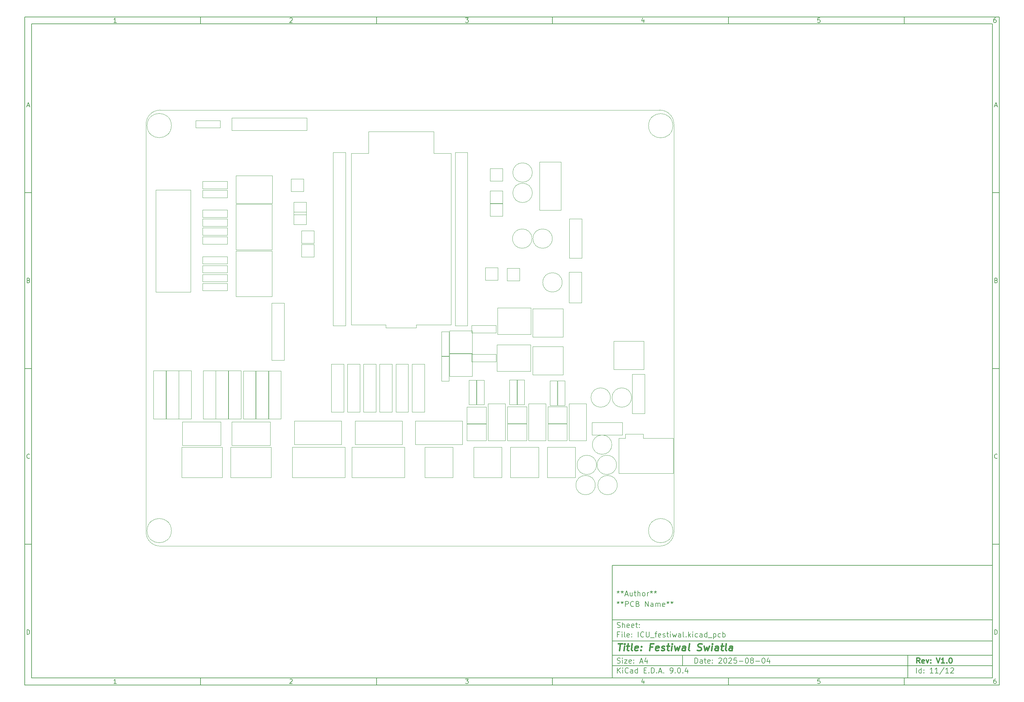
<source format=gbr>
%TF.GenerationSoftware,KiCad,Pcbnew,9.0.4*%
%TF.CreationDate,2025-08-27T10:43:00+02:00*%
%TF.ProjectId,ICU_festiwal,4943555f-6665-4737-9469-77616c2e6b69,V1.0*%
%TF.SameCoordinates,Original*%
%TF.FileFunction,Other,User*%
%FSLAX46Y46*%
G04 Gerber Fmt 4.6, Leading zero omitted, Abs format (unit mm)*
G04 Created by KiCad (PCBNEW 9.0.4) date 2025-08-27 10:43:00*
%MOMM*%
%LPD*%
G01*
G04 APERTURE LIST*
%ADD10C,0.100000*%
%ADD11C,0.150000*%
%ADD12C,0.300000*%
%ADD13C,0.400000*%
%ADD14C,0.050000*%
%TA.AperFunction,Profile*%
%ADD15C,0.050000*%
%TD*%
G04 APERTURE END LIST*
D10*
D11*
X177002200Y-166007200D02*
X285002200Y-166007200D01*
X285002200Y-198007200D01*
X177002200Y-198007200D01*
X177002200Y-166007200D01*
D10*
D11*
X10000000Y-10000000D02*
X287002200Y-10000000D01*
X287002200Y-200007200D01*
X10000000Y-200007200D01*
X10000000Y-10000000D01*
D10*
D11*
X12000000Y-12000000D02*
X285002200Y-12000000D01*
X285002200Y-198007200D01*
X12000000Y-198007200D01*
X12000000Y-12000000D01*
D10*
D11*
X60000000Y-12000000D02*
X60000000Y-10000000D01*
D10*
D11*
X110000000Y-12000000D02*
X110000000Y-10000000D01*
D10*
D11*
X160000000Y-12000000D02*
X160000000Y-10000000D01*
D10*
D11*
X210000000Y-12000000D02*
X210000000Y-10000000D01*
D10*
D11*
X260000000Y-12000000D02*
X260000000Y-10000000D01*
D10*
D11*
X36089160Y-11593604D02*
X35346303Y-11593604D01*
X35717731Y-11593604D02*
X35717731Y-10293604D01*
X35717731Y-10293604D02*
X35593922Y-10479319D01*
X35593922Y-10479319D02*
X35470112Y-10603128D01*
X35470112Y-10603128D02*
X35346303Y-10665033D01*
D10*
D11*
X85346303Y-10417414D02*
X85408207Y-10355509D01*
X85408207Y-10355509D02*
X85532017Y-10293604D01*
X85532017Y-10293604D02*
X85841541Y-10293604D01*
X85841541Y-10293604D02*
X85965350Y-10355509D01*
X85965350Y-10355509D02*
X86027255Y-10417414D01*
X86027255Y-10417414D02*
X86089160Y-10541223D01*
X86089160Y-10541223D02*
X86089160Y-10665033D01*
X86089160Y-10665033D02*
X86027255Y-10850747D01*
X86027255Y-10850747D02*
X85284398Y-11593604D01*
X85284398Y-11593604D02*
X86089160Y-11593604D01*
D10*
D11*
X135284398Y-10293604D02*
X136089160Y-10293604D01*
X136089160Y-10293604D02*
X135655826Y-10788842D01*
X135655826Y-10788842D02*
X135841541Y-10788842D01*
X135841541Y-10788842D02*
X135965350Y-10850747D01*
X135965350Y-10850747D02*
X136027255Y-10912652D01*
X136027255Y-10912652D02*
X136089160Y-11036461D01*
X136089160Y-11036461D02*
X136089160Y-11345985D01*
X136089160Y-11345985D02*
X136027255Y-11469795D01*
X136027255Y-11469795D02*
X135965350Y-11531700D01*
X135965350Y-11531700D02*
X135841541Y-11593604D01*
X135841541Y-11593604D02*
X135470112Y-11593604D01*
X135470112Y-11593604D02*
X135346303Y-11531700D01*
X135346303Y-11531700D02*
X135284398Y-11469795D01*
D10*
D11*
X185965350Y-10726938D02*
X185965350Y-11593604D01*
X185655826Y-10231700D02*
X185346303Y-11160271D01*
X185346303Y-11160271D02*
X186151064Y-11160271D01*
D10*
D11*
X236027255Y-10293604D02*
X235408207Y-10293604D01*
X235408207Y-10293604D02*
X235346303Y-10912652D01*
X235346303Y-10912652D02*
X235408207Y-10850747D01*
X235408207Y-10850747D02*
X235532017Y-10788842D01*
X235532017Y-10788842D02*
X235841541Y-10788842D01*
X235841541Y-10788842D02*
X235965350Y-10850747D01*
X235965350Y-10850747D02*
X236027255Y-10912652D01*
X236027255Y-10912652D02*
X236089160Y-11036461D01*
X236089160Y-11036461D02*
X236089160Y-11345985D01*
X236089160Y-11345985D02*
X236027255Y-11469795D01*
X236027255Y-11469795D02*
X235965350Y-11531700D01*
X235965350Y-11531700D02*
X235841541Y-11593604D01*
X235841541Y-11593604D02*
X235532017Y-11593604D01*
X235532017Y-11593604D02*
X235408207Y-11531700D01*
X235408207Y-11531700D02*
X235346303Y-11469795D01*
D10*
D11*
X285965350Y-10293604D02*
X285717731Y-10293604D01*
X285717731Y-10293604D02*
X285593922Y-10355509D01*
X285593922Y-10355509D02*
X285532017Y-10417414D01*
X285532017Y-10417414D02*
X285408207Y-10603128D01*
X285408207Y-10603128D02*
X285346303Y-10850747D01*
X285346303Y-10850747D02*
X285346303Y-11345985D01*
X285346303Y-11345985D02*
X285408207Y-11469795D01*
X285408207Y-11469795D02*
X285470112Y-11531700D01*
X285470112Y-11531700D02*
X285593922Y-11593604D01*
X285593922Y-11593604D02*
X285841541Y-11593604D01*
X285841541Y-11593604D02*
X285965350Y-11531700D01*
X285965350Y-11531700D02*
X286027255Y-11469795D01*
X286027255Y-11469795D02*
X286089160Y-11345985D01*
X286089160Y-11345985D02*
X286089160Y-11036461D01*
X286089160Y-11036461D02*
X286027255Y-10912652D01*
X286027255Y-10912652D02*
X285965350Y-10850747D01*
X285965350Y-10850747D02*
X285841541Y-10788842D01*
X285841541Y-10788842D02*
X285593922Y-10788842D01*
X285593922Y-10788842D02*
X285470112Y-10850747D01*
X285470112Y-10850747D02*
X285408207Y-10912652D01*
X285408207Y-10912652D02*
X285346303Y-11036461D01*
D10*
D11*
X60000000Y-198007200D02*
X60000000Y-200007200D01*
D10*
D11*
X110000000Y-198007200D02*
X110000000Y-200007200D01*
D10*
D11*
X160000000Y-198007200D02*
X160000000Y-200007200D01*
D10*
D11*
X210000000Y-198007200D02*
X210000000Y-200007200D01*
D10*
D11*
X260000000Y-198007200D02*
X260000000Y-200007200D01*
D10*
D11*
X36089160Y-199600804D02*
X35346303Y-199600804D01*
X35717731Y-199600804D02*
X35717731Y-198300804D01*
X35717731Y-198300804D02*
X35593922Y-198486519D01*
X35593922Y-198486519D02*
X35470112Y-198610328D01*
X35470112Y-198610328D02*
X35346303Y-198672233D01*
D10*
D11*
X85346303Y-198424614D02*
X85408207Y-198362709D01*
X85408207Y-198362709D02*
X85532017Y-198300804D01*
X85532017Y-198300804D02*
X85841541Y-198300804D01*
X85841541Y-198300804D02*
X85965350Y-198362709D01*
X85965350Y-198362709D02*
X86027255Y-198424614D01*
X86027255Y-198424614D02*
X86089160Y-198548423D01*
X86089160Y-198548423D02*
X86089160Y-198672233D01*
X86089160Y-198672233D02*
X86027255Y-198857947D01*
X86027255Y-198857947D02*
X85284398Y-199600804D01*
X85284398Y-199600804D02*
X86089160Y-199600804D01*
D10*
D11*
X135284398Y-198300804D02*
X136089160Y-198300804D01*
X136089160Y-198300804D02*
X135655826Y-198796042D01*
X135655826Y-198796042D02*
X135841541Y-198796042D01*
X135841541Y-198796042D02*
X135965350Y-198857947D01*
X135965350Y-198857947D02*
X136027255Y-198919852D01*
X136027255Y-198919852D02*
X136089160Y-199043661D01*
X136089160Y-199043661D02*
X136089160Y-199353185D01*
X136089160Y-199353185D02*
X136027255Y-199476995D01*
X136027255Y-199476995D02*
X135965350Y-199538900D01*
X135965350Y-199538900D02*
X135841541Y-199600804D01*
X135841541Y-199600804D02*
X135470112Y-199600804D01*
X135470112Y-199600804D02*
X135346303Y-199538900D01*
X135346303Y-199538900D02*
X135284398Y-199476995D01*
D10*
D11*
X185965350Y-198734138D02*
X185965350Y-199600804D01*
X185655826Y-198238900D02*
X185346303Y-199167471D01*
X185346303Y-199167471D02*
X186151064Y-199167471D01*
D10*
D11*
X236027255Y-198300804D02*
X235408207Y-198300804D01*
X235408207Y-198300804D02*
X235346303Y-198919852D01*
X235346303Y-198919852D02*
X235408207Y-198857947D01*
X235408207Y-198857947D02*
X235532017Y-198796042D01*
X235532017Y-198796042D02*
X235841541Y-198796042D01*
X235841541Y-198796042D02*
X235965350Y-198857947D01*
X235965350Y-198857947D02*
X236027255Y-198919852D01*
X236027255Y-198919852D02*
X236089160Y-199043661D01*
X236089160Y-199043661D02*
X236089160Y-199353185D01*
X236089160Y-199353185D02*
X236027255Y-199476995D01*
X236027255Y-199476995D02*
X235965350Y-199538900D01*
X235965350Y-199538900D02*
X235841541Y-199600804D01*
X235841541Y-199600804D02*
X235532017Y-199600804D01*
X235532017Y-199600804D02*
X235408207Y-199538900D01*
X235408207Y-199538900D02*
X235346303Y-199476995D01*
D10*
D11*
X285965350Y-198300804D02*
X285717731Y-198300804D01*
X285717731Y-198300804D02*
X285593922Y-198362709D01*
X285593922Y-198362709D02*
X285532017Y-198424614D01*
X285532017Y-198424614D02*
X285408207Y-198610328D01*
X285408207Y-198610328D02*
X285346303Y-198857947D01*
X285346303Y-198857947D02*
X285346303Y-199353185D01*
X285346303Y-199353185D02*
X285408207Y-199476995D01*
X285408207Y-199476995D02*
X285470112Y-199538900D01*
X285470112Y-199538900D02*
X285593922Y-199600804D01*
X285593922Y-199600804D02*
X285841541Y-199600804D01*
X285841541Y-199600804D02*
X285965350Y-199538900D01*
X285965350Y-199538900D02*
X286027255Y-199476995D01*
X286027255Y-199476995D02*
X286089160Y-199353185D01*
X286089160Y-199353185D02*
X286089160Y-199043661D01*
X286089160Y-199043661D02*
X286027255Y-198919852D01*
X286027255Y-198919852D02*
X285965350Y-198857947D01*
X285965350Y-198857947D02*
X285841541Y-198796042D01*
X285841541Y-198796042D02*
X285593922Y-198796042D01*
X285593922Y-198796042D02*
X285470112Y-198857947D01*
X285470112Y-198857947D02*
X285408207Y-198919852D01*
X285408207Y-198919852D02*
X285346303Y-199043661D01*
D10*
D11*
X10000000Y-60000000D02*
X12000000Y-60000000D01*
D10*
D11*
X10000000Y-110000000D02*
X12000000Y-110000000D01*
D10*
D11*
X10000000Y-160000000D02*
X12000000Y-160000000D01*
D10*
D11*
X10690476Y-35222176D02*
X11309523Y-35222176D01*
X10566666Y-35593604D02*
X10999999Y-34293604D01*
X10999999Y-34293604D02*
X11433333Y-35593604D01*
D10*
D11*
X11092857Y-84912652D02*
X11278571Y-84974557D01*
X11278571Y-84974557D02*
X11340476Y-85036461D01*
X11340476Y-85036461D02*
X11402380Y-85160271D01*
X11402380Y-85160271D02*
X11402380Y-85345985D01*
X11402380Y-85345985D02*
X11340476Y-85469795D01*
X11340476Y-85469795D02*
X11278571Y-85531700D01*
X11278571Y-85531700D02*
X11154761Y-85593604D01*
X11154761Y-85593604D02*
X10659523Y-85593604D01*
X10659523Y-85593604D02*
X10659523Y-84293604D01*
X10659523Y-84293604D02*
X11092857Y-84293604D01*
X11092857Y-84293604D02*
X11216666Y-84355509D01*
X11216666Y-84355509D02*
X11278571Y-84417414D01*
X11278571Y-84417414D02*
X11340476Y-84541223D01*
X11340476Y-84541223D02*
X11340476Y-84665033D01*
X11340476Y-84665033D02*
X11278571Y-84788842D01*
X11278571Y-84788842D02*
X11216666Y-84850747D01*
X11216666Y-84850747D02*
X11092857Y-84912652D01*
X11092857Y-84912652D02*
X10659523Y-84912652D01*
D10*
D11*
X11402380Y-135469795D02*
X11340476Y-135531700D01*
X11340476Y-135531700D02*
X11154761Y-135593604D01*
X11154761Y-135593604D02*
X11030952Y-135593604D01*
X11030952Y-135593604D02*
X10845238Y-135531700D01*
X10845238Y-135531700D02*
X10721428Y-135407890D01*
X10721428Y-135407890D02*
X10659523Y-135284080D01*
X10659523Y-135284080D02*
X10597619Y-135036461D01*
X10597619Y-135036461D02*
X10597619Y-134850747D01*
X10597619Y-134850747D02*
X10659523Y-134603128D01*
X10659523Y-134603128D02*
X10721428Y-134479319D01*
X10721428Y-134479319D02*
X10845238Y-134355509D01*
X10845238Y-134355509D02*
X11030952Y-134293604D01*
X11030952Y-134293604D02*
X11154761Y-134293604D01*
X11154761Y-134293604D02*
X11340476Y-134355509D01*
X11340476Y-134355509D02*
X11402380Y-134417414D01*
D10*
D11*
X10659523Y-185593604D02*
X10659523Y-184293604D01*
X10659523Y-184293604D02*
X10969047Y-184293604D01*
X10969047Y-184293604D02*
X11154761Y-184355509D01*
X11154761Y-184355509D02*
X11278571Y-184479319D01*
X11278571Y-184479319D02*
X11340476Y-184603128D01*
X11340476Y-184603128D02*
X11402380Y-184850747D01*
X11402380Y-184850747D02*
X11402380Y-185036461D01*
X11402380Y-185036461D02*
X11340476Y-185284080D01*
X11340476Y-185284080D02*
X11278571Y-185407890D01*
X11278571Y-185407890D02*
X11154761Y-185531700D01*
X11154761Y-185531700D02*
X10969047Y-185593604D01*
X10969047Y-185593604D02*
X10659523Y-185593604D01*
D10*
D11*
X287002200Y-60000000D02*
X285002200Y-60000000D01*
D10*
D11*
X287002200Y-110000000D02*
X285002200Y-110000000D01*
D10*
D11*
X287002200Y-160000000D02*
X285002200Y-160000000D01*
D10*
D11*
X285692676Y-35222176D02*
X286311723Y-35222176D01*
X285568866Y-35593604D02*
X286002199Y-34293604D01*
X286002199Y-34293604D02*
X286435533Y-35593604D01*
D10*
D11*
X286095057Y-84912652D02*
X286280771Y-84974557D01*
X286280771Y-84974557D02*
X286342676Y-85036461D01*
X286342676Y-85036461D02*
X286404580Y-85160271D01*
X286404580Y-85160271D02*
X286404580Y-85345985D01*
X286404580Y-85345985D02*
X286342676Y-85469795D01*
X286342676Y-85469795D02*
X286280771Y-85531700D01*
X286280771Y-85531700D02*
X286156961Y-85593604D01*
X286156961Y-85593604D02*
X285661723Y-85593604D01*
X285661723Y-85593604D02*
X285661723Y-84293604D01*
X285661723Y-84293604D02*
X286095057Y-84293604D01*
X286095057Y-84293604D02*
X286218866Y-84355509D01*
X286218866Y-84355509D02*
X286280771Y-84417414D01*
X286280771Y-84417414D02*
X286342676Y-84541223D01*
X286342676Y-84541223D02*
X286342676Y-84665033D01*
X286342676Y-84665033D02*
X286280771Y-84788842D01*
X286280771Y-84788842D02*
X286218866Y-84850747D01*
X286218866Y-84850747D02*
X286095057Y-84912652D01*
X286095057Y-84912652D02*
X285661723Y-84912652D01*
D10*
D11*
X286404580Y-135469795D02*
X286342676Y-135531700D01*
X286342676Y-135531700D02*
X286156961Y-135593604D01*
X286156961Y-135593604D02*
X286033152Y-135593604D01*
X286033152Y-135593604D02*
X285847438Y-135531700D01*
X285847438Y-135531700D02*
X285723628Y-135407890D01*
X285723628Y-135407890D02*
X285661723Y-135284080D01*
X285661723Y-135284080D02*
X285599819Y-135036461D01*
X285599819Y-135036461D02*
X285599819Y-134850747D01*
X285599819Y-134850747D02*
X285661723Y-134603128D01*
X285661723Y-134603128D02*
X285723628Y-134479319D01*
X285723628Y-134479319D02*
X285847438Y-134355509D01*
X285847438Y-134355509D02*
X286033152Y-134293604D01*
X286033152Y-134293604D02*
X286156961Y-134293604D01*
X286156961Y-134293604D02*
X286342676Y-134355509D01*
X286342676Y-134355509D02*
X286404580Y-134417414D01*
D10*
D11*
X285661723Y-185593604D02*
X285661723Y-184293604D01*
X285661723Y-184293604D02*
X285971247Y-184293604D01*
X285971247Y-184293604D02*
X286156961Y-184355509D01*
X286156961Y-184355509D02*
X286280771Y-184479319D01*
X286280771Y-184479319D02*
X286342676Y-184603128D01*
X286342676Y-184603128D02*
X286404580Y-184850747D01*
X286404580Y-184850747D02*
X286404580Y-185036461D01*
X286404580Y-185036461D02*
X286342676Y-185284080D01*
X286342676Y-185284080D02*
X286280771Y-185407890D01*
X286280771Y-185407890D02*
X286156961Y-185531700D01*
X286156961Y-185531700D02*
X285971247Y-185593604D01*
X285971247Y-185593604D02*
X285661723Y-185593604D01*
D10*
D11*
X200458026Y-193793328D02*
X200458026Y-192293328D01*
X200458026Y-192293328D02*
X200815169Y-192293328D01*
X200815169Y-192293328D02*
X201029455Y-192364757D01*
X201029455Y-192364757D02*
X201172312Y-192507614D01*
X201172312Y-192507614D02*
X201243741Y-192650471D01*
X201243741Y-192650471D02*
X201315169Y-192936185D01*
X201315169Y-192936185D02*
X201315169Y-193150471D01*
X201315169Y-193150471D02*
X201243741Y-193436185D01*
X201243741Y-193436185D02*
X201172312Y-193579042D01*
X201172312Y-193579042D02*
X201029455Y-193721900D01*
X201029455Y-193721900D02*
X200815169Y-193793328D01*
X200815169Y-193793328D02*
X200458026Y-193793328D01*
X202600884Y-193793328D02*
X202600884Y-193007614D01*
X202600884Y-193007614D02*
X202529455Y-192864757D01*
X202529455Y-192864757D02*
X202386598Y-192793328D01*
X202386598Y-192793328D02*
X202100884Y-192793328D01*
X202100884Y-192793328D02*
X201958026Y-192864757D01*
X202600884Y-193721900D02*
X202458026Y-193793328D01*
X202458026Y-193793328D02*
X202100884Y-193793328D01*
X202100884Y-193793328D02*
X201958026Y-193721900D01*
X201958026Y-193721900D02*
X201886598Y-193579042D01*
X201886598Y-193579042D02*
X201886598Y-193436185D01*
X201886598Y-193436185D02*
X201958026Y-193293328D01*
X201958026Y-193293328D02*
X202100884Y-193221900D01*
X202100884Y-193221900D02*
X202458026Y-193221900D01*
X202458026Y-193221900D02*
X202600884Y-193150471D01*
X203100884Y-192793328D02*
X203672312Y-192793328D01*
X203315169Y-192293328D02*
X203315169Y-193579042D01*
X203315169Y-193579042D02*
X203386598Y-193721900D01*
X203386598Y-193721900D02*
X203529455Y-193793328D01*
X203529455Y-193793328D02*
X203672312Y-193793328D01*
X204743741Y-193721900D02*
X204600884Y-193793328D01*
X204600884Y-193793328D02*
X204315170Y-193793328D01*
X204315170Y-193793328D02*
X204172312Y-193721900D01*
X204172312Y-193721900D02*
X204100884Y-193579042D01*
X204100884Y-193579042D02*
X204100884Y-193007614D01*
X204100884Y-193007614D02*
X204172312Y-192864757D01*
X204172312Y-192864757D02*
X204315170Y-192793328D01*
X204315170Y-192793328D02*
X204600884Y-192793328D01*
X204600884Y-192793328D02*
X204743741Y-192864757D01*
X204743741Y-192864757D02*
X204815170Y-193007614D01*
X204815170Y-193007614D02*
X204815170Y-193150471D01*
X204815170Y-193150471D02*
X204100884Y-193293328D01*
X205458026Y-193650471D02*
X205529455Y-193721900D01*
X205529455Y-193721900D02*
X205458026Y-193793328D01*
X205458026Y-193793328D02*
X205386598Y-193721900D01*
X205386598Y-193721900D02*
X205458026Y-193650471D01*
X205458026Y-193650471D02*
X205458026Y-193793328D01*
X205458026Y-192864757D02*
X205529455Y-192936185D01*
X205529455Y-192936185D02*
X205458026Y-193007614D01*
X205458026Y-193007614D02*
X205386598Y-192936185D01*
X205386598Y-192936185D02*
X205458026Y-192864757D01*
X205458026Y-192864757D02*
X205458026Y-193007614D01*
X207243741Y-192436185D02*
X207315169Y-192364757D01*
X207315169Y-192364757D02*
X207458027Y-192293328D01*
X207458027Y-192293328D02*
X207815169Y-192293328D01*
X207815169Y-192293328D02*
X207958027Y-192364757D01*
X207958027Y-192364757D02*
X208029455Y-192436185D01*
X208029455Y-192436185D02*
X208100884Y-192579042D01*
X208100884Y-192579042D02*
X208100884Y-192721900D01*
X208100884Y-192721900D02*
X208029455Y-192936185D01*
X208029455Y-192936185D02*
X207172312Y-193793328D01*
X207172312Y-193793328D02*
X208100884Y-193793328D01*
X209029455Y-192293328D02*
X209172312Y-192293328D01*
X209172312Y-192293328D02*
X209315169Y-192364757D01*
X209315169Y-192364757D02*
X209386598Y-192436185D01*
X209386598Y-192436185D02*
X209458026Y-192579042D01*
X209458026Y-192579042D02*
X209529455Y-192864757D01*
X209529455Y-192864757D02*
X209529455Y-193221900D01*
X209529455Y-193221900D02*
X209458026Y-193507614D01*
X209458026Y-193507614D02*
X209386598Y-193650471D01*
X209386598Y-193650471D02*
X209315169Y-193721900D01*
X209315169Y-193721900D02*
X209172312Y-193793328D01*
X209172312Y-193793328D02*
X209029455Y-193793328D01*
X209029455Y-193793328D02*
X208886598Y-193721900D01*
X208886598Y-193721900D02*
X208815169Y-193650471D01*
X208815169Y-193650471D02*
X208743740Y-193507614D01*
X208743740Y-193507614D02*
X208672312Y-193221900D01*
X208672312Y-193221900D02*
X208672312Y-192864757D01*
X208672312Y-192864757D02*
X208743740Y-192579042D01*
X208743740Y-192579042D02*
X208815169Y-192436185D01*
X208815169Y-192436185D02*
X208886598Y-192364757D01*
X208886598Y-192364757D02*
X209029455Y-192293328D01*
X210100883Y-192436185D02*
X210172311Y-192364757D01*
X210172311Y-192364757D02*
X210315169Y-192293328D01*
X210315169Y-192293328D02*
X210672311Y-192293328D01*
X210672311Y-192293328D02*
X210815169Y-192364757D01*
X210815169Y-192364757D02*
X210886597Y-192436185D01*
X210886597Y-192436185D02*
X210958026Y-192579042D01*
X210958026Y-192579042D02*
X210958026Y-192721900D01*
X210958026Y-192721900D02*
X210886597Y-192936185D01*
X210886597Y-192936185D02*
X210029454Y-193793328D01*
X210029454Y-193793328D02*
X210958026Y-193793328D01*
X212315168Y-192293328D02*
X211600882Y-192293328D01*
X211600882Y-192293328D02*
X211529454Y-193007614D01*
X211529454Y-193007614D02*
X211600882Y-192936185D01*
X211600882Y-192936185D02*
X211743740Y-192864757D01*
X211743740Y-192864757D02*
X212100882Y-192864757D01*
X212100882Y-192864757D02*
X212243740Y-192936185D01*
X212243740Y-192936185D02*
X212315168Y-193007614D01*
X212315168Y-193007614D02*
X212386597Y-193150471D01*
X212386597Y-193150471D02*
X212386597Y-193507614D01*
X212386597Y-193507614D02*
X212315168Y-193650471D01*
X212315168Y-193650471D02*
X212243740Y-193721900D01*
X212243740Y-193721900D02*
X212100882Y-193793328D01*
X212100882Y-193793328D02*
X211743740Y-193793328D01*
X211743740Y-193793328D02*
X211600882Y-193721900D01*
X211600882Y-193721900D02*
X211529454Y-193650471D01*
X213029453Y-193221900D02*
X214172311Y-193221900D01*
X215172311Y-192293328D02*
X215315168Y-192293328D01*
X215315168Y-192293328D02*
X215458025Y-192364757D01*
X215458025Y-192364757D02*
X215529454Y-192436185D01*
X215529454Y-192436185D02*
X215600882Y-192579042D01*
X215600882Y-192579042D02*
X215672311Y-192864757D01*
X215672311Y-192864757D02*
X215672311Y-193221900D01*
X215672311Y-193221900D02*
X215600882Y-193507614D01*
X215600882Y-193507614D02*
X215529454Y-193650471D01*
X215529454Y-193650471D02*
X215458025Y-193721900D01*
X215458025Y-193721900D02*
X215315168Y-193793328D01*
X215315168Y-193793328D02*
X215172311Y-193793328D01*
X215172311Y-193793328D02*
X215029454Y-193721900D01*
X215029454Y-193721900D02*
X214958025Y-193650471D01*
X214958025Y-193650471D02*
X214886596Y-193507614D01*
X214886596Y-193507614D02*
X214815168Y-193221900D01*
X214815168Y-193221900D02*
X214815168Y-192864757D01*
X214815168Y-192864757D02*
X214886596Y-192579042D01*
X214886596Y-192579042D02*
X214958025Y-192436185D01*
X214958025Y-192436185D02*
X215029454Y-192364757D01*
X215029454Y-192364757D02*
X215172311Y-192293328D01*
X216529453Y-192936185D02*
X216386596Y-192864757D01*
X216386596Y-192864757D02*
X216315167Y-192793328D01*
X216315167Y-192793328D02*
X216243739Y-192650471D01*
X216243739Y-192650471D02*
X216243739Y-192579042D01*
X216243739Y-192579042D02*
X216315167Y-192436185D01*
X216315167Y-192436185D02*
X216386596Y-192364757D01*
X216386596Y-192364757D02*
X216529453Y-192293328D01*
X216529453Y-192293328D02*
X216815167Y-192293328D01*
X216815167Y-192293328D02*
X216958025Y-192364757D01*
X216958025Y-192364757D02*
X217029453Y-192436185D01*
X217029453Y-192436185D02*
X217100882Y-192579042D01*
X217100882Y-192579042D02*
X217100882Y-192650471D01*
X217100882Y-192650471D02*
X217029453Y-192793328D01*
X217029453Y-192793328D02*
X216958025Y-192864757D01*
X216958025Y-192864757D02*
X216815167Y-192936185D01*
X216815167Y-192936185D02*
X216529453Y-192936185D01*
X216529453Y-192936185D02*
X216386596Y-193007614D01*
X216386596Y-193007614D02*
X216315167Y-193079042D01*
X216315167Y-193079042D02*
X216243739Y-193221900D01*
X216243739Y-193221900D02*
X216243739Y-193507614D01*
X216243739Y-193507614D02*
X216315167Y-193650471D01*
X216315167Y-193650471D02*
X216386596Y-193721900D01*
X216386596Y-193721900D02*
X216529453Y-193793328D01*
X216529453Y-193793328D02*
X216815167Y-193793328D01*
X216815167Y-193793328D02*
X216958025Y-193721900D01*
X216958025Y-193721900D02*
X217029453Y-193650471D01*
X217029453Y-193650471D02*
X217100882Y-193507614D01*
X217100882Y-193507614D02*
X217100882Y-193221900D01*
X217100882Y-193221900D02*
X217029453Y-193079042D01*
X217029453Y-193079042D02*
X216958025Y-193007614D01*
X216958025Y-193007614D02*
X216815167Y-192936185D01*
X217743738Y-193221900D02*
X218886596Y-193221900D01*
X219886596Y-192293328D02*
X220029453Y-192293328D01*
X220029453Y-192293328D02*
X220172310Y-192364757D01*
X220172310Y-192364757D02*
X220243739Y-192436185D01*
X220243739Y-192436185D02*
X220315167Y-192579042D01*
X220315167Y-192579042D02*
X220386596Y-192864757D01*
X220386596Y-192864757D02*
X220386596Y-193221900D01*
X220386596Y-193221900D02*
X220315167Y-193507614D01*
X220315167Y-193507614D02*
X220243739Y-193650471D01*
X220243739Y-193650471D02*
X220172310Y-193721900D01*
X220172310Y-193721900D02*
X220029453Y-193793328D01*
X220029453Y-193793328D02*
X219886596Y-193793328D01*
X219886596Y-193793328D02*
X219743739Y-193721900D01*
X219743739Y-193721900D02*
X219672310Y-193650471D01*
X219672310Y-193650471D02*
X219600881Y-193507614D01*
X219600881Y-193507614D02*
X219529453Y-193221900D01*
X219529453Y-193221900D02*
X219529453Y-192864757D01*
X219529453Y-192864757D02*
X219600881Y-192579042D01*
X219600881Y-192579042D02*
X219672310Y-192436185D01*
X219672310Y-192436185D02*
X219743739Y-192364757D01*
X219743739Y-192364757D02*
X219886596Y-192293328D01*
X221672310Y-192793328D02*
X221672310Y-193793328D01*
X221315167Y-192221900D02*
X220958024Y-193293328D01*
X220958024Y-193293328D02*
X221886595Y-193293328D01*
D10*
D11*
X177002200Y-194507200D02*
X285002200Y-194507200D01*
D10*
D11*
X178458026Y-196593328D02*
X178458026Y-195093328D01*
X179315169Y-196593328D02*
X178672312Y-195736185D01*
X179315169Y-195093328D02*
X178458026Y-195950471D01*
X179958026Y-196593328D02*
X179958026Y-195593328D01*
X179958026Y-195093328D02*
X179886598Y-195164757D01*
X179886598Y-195164757D02*
X179958026Y-195236185D01*
X179958026Y-195236185D02*
X180029455Y-195164757D01*
X180029455Y-195164757D02*
X179958026Y-195093328D01*
X179958026Y-195093328D02*
X179958026Y-195236185D01*
X181529455Y-196450471D02*
X181458027Y-196521900D01*
X181458027Y-196521900D02*
X181243741Y-196593328D01*
X181243741Y-196593328D02*
X181100884Y-196593328D01*
X181100884Y-196593328D02*
X180886598Y-196521900D01*
X180886598Y-196521900D02*
X180743741Y-196379042D01*
X180743741Y-196379042D02*
X180672312Y-196236185D01*
X180672312Y-196236185D02*
X180600884Y-195950471D01*
X180600884Y-195950471D02*
X180600884Y-195736185D01*
X180600884Y-195736185D02*
X180672312Y-195450471D01*
X180672312Y-195450471D02*
X180743741Y-195307614D01*
X180743741Y-195307614D02*
X180886598Y-195164757D01*
X180886598Y-195164757D02*
X181100884Y-195093328D01*
X181100884Y-195093328D02*
X181243741Y-195093328D01*
X181243741Y-195093328D02*
X181458027Y-195164757D01*
X181458027Y-195164757D02*
X181529455Y-195236185D01*
X182815170Y-196593328D02*
X182815170Y-195807614D01*
X182815170Y-195807614D02*
X182743741Y-195664757D01*
X182743741Y-195664757D02*
X182600884Y-195593328D01*
X182600884Y-195593328D02*
X182315170Y-195593328D01*
X182315170Y-195593328D02*
X182172312Y-195664757D01*
X182815170Y-196521900D02*
X182672312Y-196593328D01*
X182672312Y-196593328D02*
X182315170Y-196593328D01*
X182315170Y-196593328D02*
X182172312Y-196521900D01*
X182172312Y-196521900D02*
X182100884Y-196379042D01*
X182100884Y-196379042D02*
X182100884Y-196236185D01*
X182100884Y-196236185D02*
X182172312Y-196093328D01*
X182172312Y-196093328D02*
X182315170Y-196021900D01*
X182315170Y-196021900D02*
X182672312Y-196021900D01*
X182672312Y-196021900D02*
X182815170Y-195950471D01*
X184172313Y-196593328D02*
X184172313Y-195093328D01*
X184172313Y-196521900D02*
X184029455Y-196593328D01*
X184029455Y-196593328D02*
X183743741Y-196593328D01*
X183743741Y-196593328D02*
X183600884Y-196521900D01*
X183600884Y-196521900D02*
X183529455Y-196450471D01*
X183529455Y-196450471D02*
X183458027Y-196307614D01*
X183458027Y-196307614D02*
X183458027Y-195879042D01*
X183458027Y-195879042D02*
X183529455Y-195736185D01*
X183529455Y-195736185D02*
X183600884Y-195664757D01*
X183600884Y-195664757D02*
X183743741Y-195593328D01*
X183743741Y-195593328D02*
X184029455Y-195593328D01*
X184029455Y-195593328D02*
X184172313Y-195664757D01*
X186029455Y-195807614D02*
X186529455Y-195807614D01*
X186743741Y-196593328D02*
X186029455Y-196593328D01*
X186029455Y-196593328D02*
X186029455Y-195093328D01*
X186029455Y-195093328D02*
X186743741Y-195093328D01*
X187386598Y-196450471D02*
X187458027Y-196521900D01*
X187458027Y-196521900D02*
X187386598Y-196593328D01*
X187386598Y-196593328D02*
X187315170Y-196521900D01*
X187315170Y-196521900D02*
X187386598Y-196450471D01*
X187386598Y-196450471D02*
X187386598Y-196593328D01*
X188100884Y-196593328D02*
X188100884Y-195093328D01*
X188100884Y-195093328D02*
X188458027Y-195093328D01*
X188458027Y-195093328D02*
X188672313Y-195164757D01*
X188672313Y-195164757D02*
X188815170Y-195307614D01*
X188815170Y-195307614D02*
X188886599Y-195450471D01*
X188886599Y-195450471D02*
X188958027Y-195736185D01*
X188958027Y-195736185D02*
X188958027Y-195950471D01*
X188958027Y-195950471D02*
X188886599Y-196236185D01*
X188886599Y-196236185D02*
X188815170Y-196379042D01*
X188815170Y-196379042D02*
X188672313Y-196521900D01*
X188672313Y-196521900D02*
X188458027Y-196593328D01*
X188458027Y-196593328D02*
X188100884Y-196593328D01*
X189600884Y-196450471D02*
X189672313Y-196521900D01*
X189672313Y-196521900D02*
X189600884Y-196593328D01*
X189600884Y-196593328D02*
X189529456Y-196521900D01*
X189529456Y-196521900D02*
X189600884Y-196450471D01*
X189600884Y-196450471D02*
X189600884Y-196593328D01*
X190243742Y-196164757D02*
X190958028Y-196164757D01*
X190100885Y-196593328D02*
X190600885Y-195093328D01*
X190600885Y-195093328D02*
X191100885Y-196593328D01*
X191600884Y-196450471D02*
X191672313Y-196521900D01*
X191672313Y-196521900D02*
X191600884Y-196593328D01*
X191600884Y-196593328D02*
X191529456Y-196521900D01*
X191529456Y-196521900D02*
X191600884Y-196450471D01*
X191600884Y-196450471D02*
X191600884Y-196593328D01*
X193529456Y-196593328D02*
X193815170Y-196593328D01*
X193815170Y-196593328D02*
X193958027Y-196521900D01*
X193958027Y-196521900D02*
X194029456Y-196450471D01*
X194029456Y-196450471D02*
X194172313Y-196236185D01*
X194172313Y-196236185D02*
X194243742Y-195950471D01*
X194243742Y-195950471D02*
X194243742Y-195379042D01*
X194243742Y-195379042D02*
X194172313Y-195236185D01*
X194172313Y-195236185D02*
X194100885Y-195164757D01*
X194100885Y-195164757D02*
X193958027Y-195093328D01*
X193958027Y-195093328D02*
X193672313Y-195093328D01*
X193672313Y-195093328D02*
X193529456Y-195164757D01*
X193529456Y-195164757D02*
X193458027Y-195236185D01*
X193458027Y-195236185D02*
X193386599Y-195379042D01*
X193386599Y-195379042D02*
X193386599Y-195736185D01*
X193386599Y-195736185D02*
X193458027Y-195879042D01*
X193458027Y-195879042D02*
X193529456Y-195950471D01*
X193529456Y-195950471D02*
X193672313Y-196021900D01*
X193672313Y-196021900D02*
X193958027Y-196021900D01*
X193958027Y-196021900D02*
X194100885Y-195950471D01*
X194100885Y-195950471D02*
X194172313Y-195879042D01*
X194172313Y-195879042D02*
X194243742Y-195736185D01*
X194886598Y-196450471D02*
X194958027Y-196521900D01*
X194958027Y-196521900D02*
X194886598Y-196593328D01*
X194886598Y-196593328D02*
X194815170Y-196521900D01*
X194815170Y-196521900D02*
X194886598Y-196450471D01*
X194886598Y-196450471D02*
X194886598Y-196593328D01*
X195886599Y-195093328D02*
X196029456Y-195093328D01*
X196029456Y-195093328D02*
X196172313Y-195164757D01*
X196172313Y-195164757D02*
X196243742Y-195236185D01*
X196243742Y-195236185D02*
X196315170Y-195379042D01*
X196315170Y-195379042D02*
X196386599Y-195664757D01*
X196386599Y-195664757D02*
X196386599Y-196021900D01*
X196386599Y-196021900D02*
X196315170Y-196307614D01*
X196315170Y-196307614D02*
X196243742Y-196450471D01*
X196243742Y-196450471D02*
X196172313Y-196521900D01*
X196172313Y-196521900D02*
X196029456Y-196593328D01*
X196029456Y-196593328D02*
X195886599Y-196593328D01*
X195886599Y-196593328D02*
X195743742Y-196521900D01*
X195743742Y-196521900D02*
X195672313Y-196450471D01*
X195672313Y-196450471D02*
X195600884Y-196307614D01*
X195600884Y-196307614D02*
X195529456Y-196021900D01*
X195529456Y-196021900D02*
X195529456Y-195664757D01*
X195529456Y-195664757D02*
X195600884Y-195379042D01*
X195600884Y-195379042D02*
X195672313Y-195236185D01*
X195672313Y-195236185D02*
X195743742Y-195164757D01*
X195743742Y-195164757D02*
X195886599Y-195093328D01*
X197029455Y-196450471D02*
X197100884Y-196521900D01*
X197100884Y-196521900D02*
X197029455Y-196593328D01*
X197029455Y-196593328D02*
X196958027Y-196521900D01*
X196958027Y-196521900D02*
X197029455Y-196450471D01*
X197029455Y-196450471D02*
X197029455Y-196593328D01*
X198386599Y-195593328D02*
X198386599Y-196593328D01*
X198029456Y-195021900D02*
X197672313Y-196093328D01*
X197672313Y-196093328D02*
X198600884Y-196093328D01*
D10*
D11*
X177002200Y-191507200D02*
X285002200Y-191507200D01*
D10*
D12*
X264413853Y-193785528D02*
X263913853Y-193071242D01*
X263556710Y-193785528D02*
X263556710Y-192285528D01*
X263556710Y-192285528D02*
X264128139Y-192285528D01*
X264128139Y-192285528D02*
X264270996Y-192356957D01*
X264270996Y-192356957D02*
X264342425Y-192428385D01*
X264342425Y-192428385D02*
X264413853Y-192571242D01*
X264413853Y-192571242D02*
X264413853Y-192785528D01*
X264413853Y-192785528D02*
X264342425Y-192928385D01*
X264342425Y-192928385D02*
X264270996Y-192999814D01*
X264270996Y-192999814D02*
X264128139Y-193071242D01*
X264128139Y-193071242D02*
X263556710Y-193071242D01*
X265628139Y-193714100D02*
X265485282Y-193785528D01*
X265485282Y-193785528D02*
X265199568Y-193785528D01*
X265199568Y-193785528D02*
X265056710Y-193714100D01*
X265056710Y-193714100D02*
X264985282Y-193571242D01*
X264985282Y-193571242D02*
X264985282Y-192999814D01*
X264985282Y-192999814D02*
X265056710Y-192856957D01*
X265056710Y-192856957D02*
X265199568Y-192785528D01*
X265199568Y-192785528D02*
X265485282Y-192785528D01*
X265485282Y-192785528D02*
X265628139Y-192856957D01*
X265628139Y-192856957D02*
X265699568Y-192999814D01*
X265699568Y-192999814D02*
X265699568Y-193142671D01*
X265699568Y-193142671D02*
X264985282Y-193285528D01*
X266199567Y-192785528D02*
X266556710Y-193785528D01*
X266556710Y-193785528D02*
X266913853Y-192785528D01*
X267485281Y-193642671D02*
X267556710Y-193714100D01*
X267556710Y-193714100D02*
X267485281Y-193785528D01*
X267485281Y-193785528D02*
X267413853Y-193714100D01*
X267413853Y-193714100D02*
X267485281Y-193642671D01*
X267485281Y-193642671D02*
X267485281Y-193785528D01*
X267485281Y-192856957D02*
X267556710Y-192928385D01*
X267556710Y-192928385D02*
X267485281Y-192999814D01*
X267485281Y-192999814D02*
X267413853Y-192928385D01*
X267413853Y-192928385D02*
X267485281Y-192856957D01*
X267485281Y-192856957D02*
X267485281Y-192999814D01*
X269128139Y-192285528D02*
X269628139Y-193785528D01*
X269628139Y-193785528D02*
X270128139Y-192285528D01*
X271413853Y-193785528D02*
X270556710Y-193785528D01*
X270985281Y-193785528D02*
X270985281Y-192285528D01*
X270985281Y-192285528D02*
X270842424Y-192499814D01*
X270842424Y-192499814D02*
X270699567Y-192642671D01*
X270699567Y-192642671D02*
X270556710Y-192714100D01*
X272056709Y-193642671D02*
X272128138Y-193714100D01*
X272128138Y-193714100D02*
X272056709Y-193785528D01*
X272056709Y-193785528D02*
X271985281Y-193714100D01*
X271985281Y-193714100D02*
X272056709Y-193642671D01*
X272056709Y-193642671D02*
X272056709Y-193785528D01*
X273056710Y-192285528D02*
X273199567Y-192285528D01*
X273199567Y-192285528D02*
X273342424Y-192356957D01*
X273342424Y-192356957D02*
X273413853Y-192428385D01*
X273413853Y-192428385D02*
X273485281Y-192571242D01*
X273485281Y-192571242D02*
X273556710Y-192856957D01*
X273556710Y-192856957D02*
X273556710Y-193214100D01*
X273556710Y-193214100D02*
X273485281Y-193499814D01*
X273485281Y-193499814D02*
X273413853Y-193642671D01*
X273413853Y-193642671D02*
X273342424Y-193714100D01*
X273342424Y-193714100D02*
X273199567Y-193785528D01*
X273199567Y-193785528D02*
X273056710Y-193785528D01*
X273056710Y-193785528D02*
X272913853Y-193714100D01*
X272913853Y-193714100D02*
X272842424Y-193642671D01*
X272842424Y-193642671D02*
X272770995Y-193499814D01*
X272770995Y-193499814D02*
X272699567Y-193214100D01*
X272699567Y-193214100D02*
X272699567Y-192856957D01*
X272699567Y-192856957D02*
X272770995Y-192571242D01*
X272770995Y-192571242D02*
X272842424Y-192428385D01*
X272842424Y-192428385D02*
X272913853Y-192356957D01*
X272913853Y-192356957D02*
X273056710Y-192285528D01*
D10*
D11*
X178386598Y-193721900D02*
X178600884Y-193793328D01*
X178600884Y-193793328D02*
X178958026Y-193793328D01*
X178958026Y-193793328D02*
X179100884Y-193721900D01*
X179100884Y-193721900D02*
X179172312Y-193650471D01*
X179172312Y-193650471D02*
X179243741Y-193507614D01*
X179243741Y-193507614D02*
X179243741Y-193364757D01*
X179243741Y-193364757D02*
X179172312Y-193221900D01*
X179172312Y-193221900D02*
X179100884Y-193150471D01*
X179100884Y-193150471D02*
X178958026Y-193079042D01*
X178958026Y-193079042D02*
X178672312Y-193007614D01*
X178672312Y-193007614D02*
X178529455Y-192936185D01*
X178529455Y-192936185D02*
X178458026Y-192864757D01*
X178458026Y-192864757D02*
X178386598Y-192721900D01*
X178386598Y-192721900D02*
X178386598Y-192579042D01*
X178386598Y-192579042D02*
X178458026Y-192436185D01*
X178458026Y-192436185D02*
X178529455Y-192364757D01*
X178529455Y-192364757D02*
X178672312Y-192293328D01*
X178672312Y-192293328D02*
X179029455Y-192293328D01*
X179029455Y-192293328D02*
X179243741Y-192364757D01*
X179886597Y-193793328D02*
X179886597Y-192793328D01*
X179886597Y-192293328D02*
X179815169Y-192364757D01*
X179815169Y-192364757D02*
X179886597Y-192436185D01*
X179886597Y-192436185D02*
X179958026Y-192364757D01*
X179958026Y-192364757D02*
X179886597Y-192293328D01*
X179886597Y-192293328D02*
X179886597Y-192436185D01*
X180458026Y-192793328D02*
X181243741Y-192793328D01*
X181243741Y-192793328D02*
X180458026Y-193793328D01*
X180458026Y-193793328D02*
X181243741Y-193793328D01*
X182386598Y-193721900D02*
X182243741Y-193793328D01*
X182243741Y-193793328D02*
X181958027Y-193793328D01*
X181958027Y-193793328D02*
X181815169Y-193721900D01*
X181815169Y-193721900D02*
X181743741Y-193579042D01*
X181743741Y-193579042D02*
X181743741Y-193007614D01*
X181743741Y-193007614D02*
X181815169Y-192864757D01*
X181815169Y-192864757D02*
X181958027Y-192793328D01*
X181958027Y-192793328D02*
X182243741Y-192793328D01*
X182243741Y-192793328D02*
X182386598Y-192864757D01*
X182386598Y-192864757D02*
X182458027Y-193007614D01*
X182458027Y-193007614D02*
X182458027Y-193150471D01*
X182458027Y-193150471D02*
X181743741Y-193293328D01*
X183100883Y-193650471D02*
X183172312Y-193721900D01*
X183172312Y-193721900D02*
X183100883Y-193793328D01*
X183100883Y-193793328D02*
X183029455Y-193721900D01*
X183029455Y-193721900D02*
X183100883Y-193650471D01*
X183100883Y-193650471D02*
X183100883Y-193793328D01*
X183100883Y-192864757D02*
X183172312Y-192936185D01*
X183172312Y-192936185D02*
X183100883Y-193007614D01*
X183100883Y-193007614D02*
X183029455Y-192936185D01*
X183029455Y-192936185D02*
X183100883Y-192864757D01*
X183100883Y-192864757D02*
X183100883Y-193007614D01*
X184886598Y-193364757D02*
X185600884Y-193364757D01*
X184743741Y-193793328D02*
X185243741Y-192293328D01*
X185243741Y-192293328D02*
X185743741Y-193793328D01*
X186886598Y-192793328D02*
X186886598Y-193793328D01*
X186529455Y-192221900D02*
X186172312Y-193293328D01*
X186172312Y-193293328D02*
X187100883Y-193293328D01*
D10*
D11*
X263458026Y-196593328D02*
X263458026Y-195093328D01*
X264815170Y-196593328D02*
X264815170Y-195093328D01*
X264815170Y-196521900D02*
X264672312Y-196593328D01*
X264672312Y-196593328D02*
X264386598Y-196593328D01*
X264386598Y-196593328D02*
X264243741Y-196521900D01*
X264243741Y-196521900D02*
X264172312Y-196450471D01*
X264172312Y-196450471D02*
X264100884Y-196307614D01*
X264100884Y-196307614D02*
X264100884Y-195879042D01*
X264100884Y-195879042D02*
X264172312Y-195736185D01*
X264172312Y-195736185D02*
X264243741Y-195664757D01*
X264243741Y-195664757D02*
X264386598Y-195593328D01*
X264386598Y-195593328D02*
X264672312Y-195593328D01*
X264672312Y-195593328D02*
X264815170Y-195664757D01*
X265529455Y-196450471D02*
X265600884Y-196521900D01*
X265600884Y-196521900D02*
X265529455Y-196593328D01*
X265529455Y-196593328D02*
X265458027Y-196521900D01*
X265458027Y-196521900D02*
X265529455Y-196450471D01*
X265529455Y-196450471D02*
X265529455Y-196593328D01*
X265529455Y-195664757D02*
X265600884Y-195736185D01*
X265600884Y-195736185D02*
X265529455Y-195807614D01*
X265529455Y-195807614D02*
X265458027Y-195736185D01*
X265458027Y-195736185D02*
X265529455Y-195664757D01*
X265529455Y-195664757D02*
X265529455Y-195807614D01*
X268172313Y-196593328D02*
X267315170Y-196593328D01*
X267743741Y-196593328D02*
X267743741Y-195093328D01*
X267743741Y-195093328D02*
X267600884Y-195307614D01*
X267600884Y-195307614D02*
X267458027Y-195450471D01*
X267458027Y-195450471D02*
X267315170Y-195521900D01*
X269600884Y-196593328D02*
X268743741Y-196593328D01*
X269172312Y-196593328D02*
X269172312Y-195093328D01*
X269172312Y-195093328D02*
X269029455Y-195307614D01*
X269029455Y-195307614D02*
X268886598Y-195450471D01*
X268886598Y-195450471D02*
X268743741Y-195521900D01*
X271315169Y-195021900D02*
X270029455Y-196950471D01*
X272600884Y-196593328D02*
X271743741Y-196593328D01*
X272172312Y-196593328D02*
X272172312Y-195093328D01*
X272172312Y-195093328D02*
X272029455Y-195307614D01*
X272029455Y-195307614D02*
X271886598Y-195450471D01*
X271886598Y-195450471D02*
X271743741Y-195521900D01*
X273172312Y-195236185D02*
X273243740Y-195164757D01*
X273243740Y-195164757D02*
X273386598Y-195093328D01*
X273386598Y-195093328D02*
X273743740Y-195093328D01*
X273743740Y-195093328D02*
X273886598Y-195164757D01*
X273886598Y-195164757D02*
X273958026Y-195236185D01*
X273958026Y-195236185D02*
X274029455Y-195379042D01*
X274029455Y-195379042D02*
X274029455Y-195521900D01*
X274029455Y-195521900D02*
X273958026Y-195736185D01*
X273958026Y-195736185D02*
X273100883Y-196593328D01*
X273100883Y-196593328D02*
X274029455Y-196593328D01*
D10*
D11*
X177002200Y-187507200D02*
X285002200Y-187507200D01*
D10*
D13*
X178693928Y-188211638D02*
X179836785Y-188211638D01*
X179015357Y-190211638D02*
X179265357Y-188211638D01*
X180253452Y-190211638D02*
X180420119Y-188878304D01*
X180503452Y-188211638D02*
X180396309Y-188306876D01*
X180396309Y-188306876D02*
X180479643Y-188402114D01*
X180479643Y-188402114D02*
X180586786Y-188306876D01*
X180586786Y-188306876D02*
X180503452Y-188211638D01*
X180503452Y-188211638D02*
X180479643Y-188402114D01*
X181086786Y-188878304D02*
X181848690Y-188878304D01*
X181455833Y-188211638D02*
X181241548Y-189925923D01*
X181241548Y-189925923D02*
X181312976Y-190116400D01*
X181312976Y-190116400D02*
X181491548Y-190211638D01*
X181491548Y-190211638D02*
X181682024Y-190211638D01*
X182634405Y-190211638D02*
X182455833Y-190116400D01*
X182455833Y-190116400D02*
X182384405Y-189925923D01*
X182384405Y-189925923D02*
X182598690Y-188211638D01*
X184170119Y-190116400D02*
X183967738Y-190211638D01*
X183967738Y-190211638D02*
X183586785Y-190211638D01*
X183586785Y-190211638D02*
X183408214Y-190116400D01*
X183408214Y-190116400D02*
X183336785Y-189925923D01*
X183336785Y-189925923D02*
X183432024Y-189164019D01*
X183432024Y-189164019D02*
X183551071Y-188973542D01*
X183551071Y-188973542D02*
X183753452Y-188878304D01*
X183753452Y-188878304D02*
X184134404Y-188878304D01*
X184134404Y-188878304D02*
X184312976Y-188973542D01*
X184312976Y-188973542D02*
X184384404Y-189164019D01*
X184384404Y-189164019D02*
X184360595Y-189354495D01*
X184360595Y-189354495D02*
X183384404Y-189544971D01*
X185134405Y-190021161D02*
X185217738Y-190116400D01*
X185217738Y-190116400D02*
X185110595Y-190211638D01*
X185110595Y-190211638D02*
X185027262Y-190116400D01*
X185027262Y-190116400D02*
X185134405Y-190021161D01*
X185134405Y-190021161D02*
X185110595Y-190211638D01*
X185265357Y-188973542D02*
X185348690Y-189068780D01*
X185348690Y-189068780D02*
X185241548Y-189164019D01*
X185241548Y-189164019D02*
X185158214Y-189068780D01*
X185158214Y-189068780D02*
X185265357Y-188973542D01*
X185265357Y-188973542D02*
X185241548Y-189164019D01*
X188384405Y-189164019D02*
X187717739Y-189164019D01*
X187586786Y-190211638D02*
X187836786Y-188211638D01*
X187836786Y-188211638D02*
X188789167Y-188211638D01*
X190074882Y-190116400D02*
X189872501Y-190211638D01*
X189872501Y-190211638D02*
X189491548Y-190211638D01*
X189491548Y-190211638D02*
X189312977Y-190116400D01*
X189312977Y-190116400D02*
X189241548Y-189925923D01*
X189241548Y-189925923D02*
X189336787Y-189164019D01*
X189336787Y-189164019D02*
X189455834Y-188973542D01*
X189455834Y-188973542D02*
X189658215Y-188878304D01*
X189658215Y-188878304D02*
X190039167Y-188878304D01*
X190039167Y-188878304D02*
X190217739Y-188973542D01*
X190217739Y-188973542D02*
X190289167Y-189164019D01*
X190289167Y-189164019D02*
X190265358Y-189354495D01*
X190265358Y-189354495D02*
X189289167Y-189544971D01*
X190932025Y-190116400D02*
X191110596Y-190211638D01*
X191110596Y-190211638D02*
X191491549Y-190211638D01*
X191491549Y-190211638D02*
X191693930Y-190116400D01*
X191693930Y-190116400D02*
X191812977Y-189925923D01*
X191812977Y-189925923D02*
X191824882Y-189830685D01*
X191824882Y-189830685D02*
X191753453Y-189640209D01*
X191753453Y-189640209D02*
X191574882Y-189544971D01*
X191574882Y-189544971D02*
X191289168Y-189544971D01*
X191289168Y-189544971D02*
X191110596Y-189449733D01*
X191110596Y-189449733D02*
X191039168Y-189259257D01*
X191039168Y-189259257D02*
X191051073Y-189164019D01*
X191051073Y-189164019D02*
X191170120Y-188973542D01*
X191170120Y-188973542D02*
X191372501Y-188878304D01*
X191372501Y-188878304D02*
X191658215Y-188878304D01*
X191658215Y-188878304D02*
X191836787Y-188973542D01*
X192515359Y-188878304D02*
X193277263Y-188878304D01*
X192884406Y-188211638D02*
X192670121Y-189925923D01*
X192670121Y-189925923D02*
X192741549Y-190116400D01*
X192741549Y-190116400D02*
X192920121Y-190211638D01*
X192920121Y-190211638D02*
X193110597Y-190211638D01*
X193777263Y-190211638D02*
X193943930Y-188878304D01*
X194027263Y-188211638D02*
X193920120Y-188306876D01*
X193920120Y-188306876D02*
X194003454Y-188402114D01*
X194003454Y-188402114D02*
X194110597Y-188306876D01*
X194110597Y-188306876D02*
X194027263Y-188211638D01*
X194027263Y-188211638D02*
X194003454Y-188402114D01*
X194705835Y-188878304D02*
X194920120Y-190211638D01*
X194920120Y-190211638D02*
X195420120Y-189259257D01*
X195420120Y-189259257D02*
X195682025Y-190211638D01*
X195682025Y-190211638D02*
X196229644Y-188878304D01*
X197682025Y-190211638D02*
X197812977Y-189164019D01*
X197812977Y-189164019D02*
X197741549Y-188973542D01*
X197741549Y-188973542D02*
X197562977Y-188878304D01*
X197562977Y-188878304D02*
X197182025Y-188878304D01*
X197182025Y-188878304D02*
X196979644Y-188973542D01*
X197693930Y-190116400D02*
X197491549Y-190211638D01*
X197491549Y-190211638D02*
X197015358Y-190211638D01*
X197015358Y-190211638D02*
X196836787Y-190116400D01*
X196836787Y-190116400D02*
X196765358Y-189925923D01*
X196765358Y-189925923D02*
X196789168Y-189735447D01*
X196789168Y-189735447D02*
X196908216Y-189544971D01*
X196908216Y-189544971D02*
X197110597Y-189449733D01*
X197110597Y-189449733D02*
X197586787Y-189449733D01*
X197586787Y-189449733D02*
X197789168Y-189354495D01*
X198920121Y-190211638D02*
X198741549Y-190116400D01*
X198741549Y-190116400D02*
X198670121Y-189925923D01*
X198670121Y-189925923D02*
X198884406Y-188211638D01*
X201122502Y-190116400D02*
X201396311Y-190211638D01*
X201396311Y-190211638D02*
X201872502Y-190211638D01*
X201872502Y-190211638D02*
X202074883Y-190116400D01*
X202074883Y-190116400D02*
X202182026Y-190021161D01*
X202182026Y-190021161D02*
X202301073Y-189830685D01*
X202301073Y-189830685D02*
X202324883Y-189640209D01*
X202324883Y-189640209D02*
X202253454Y-189449733D01*
X202253454Y-189449733D02*
X202170121Y-189354495D01*
X202170121Y-189354495D02*
X201991550Y-189259257D01*
X201991550Y-189259257D02*
X201622502Y-189164019D01*
X201622502Y-189164019D02*
X201443930Y-189068780D01*
X201443930Y-189068780D02*
X201360597Y-188973542D01*
X201360597Y-188973542D02*
X201289169Y-188783066D01*
X201289169Y-188783066D02*
X201312978Y-188592590D01*
X201312978Y-188592590D02*
X201432026Y-188402114D01*
X201432026Y-188402114D02*
X201539169Y-188306876D01*
X201539169Y-188306876D02*
X201741550Y-188211638D01*
X201741550Y-188211638D02*
X202217740Y-188211638D01*
X202217740Y-188211638D02*
X202491550Y-188306876D01*
X203086788Y-188878304D02*
X203301073Y-190211638D01*
X203301073Y-190211638D02*
X203801073Y-189259257D01*
X203801073Y-189259257D02*
X204062978Y-190211638D01*
X204062978Y-190211638D02*
X204610597Y-188878304D01*
X205205835Y-190211638D02*
X205372502Y-188878304D01*
X205455835Y-188211638D02*
X205348692Y-188306876D01*
X205348692Y-188306876D02*
X205432026Y-188402114D01*
X205432026Y-188402114D02*
X205539169Y-188306876D01*
X205539169Y-188306876D02*
X205455835Y-188211638D01*
X205455835Y-188211638D02*
X205432026Y-188402114D01*
X207015359Y-190211638D02*
X207146311Y-189164019D01*
X207146311Y-189164019D02*
X207074883Y-188973542D01*
X207074883Y-188973542D02*
X206896311Y-188878304D01*
X206896311Y-188878304D02*
X206515359Y-188878304D01*
X206515359Y-188878304D02*
X206312978Y-188973542D01*
X207027264Y-190116400D02*
X206824883Y-190211638D01*
X206824883Y-190211638D02*
X206348692Y-190211638D01*
X206348692Y-190211638D02*
X206170121Y-190116400D01*
X206170121Y-190116400D02*
X206098692Y-189925923D01*
X206098692Y-189925923D02*
X206122502Y-189735447D01*
X206122502Y-189735447D02*
X206241550Y-189544971D01*
X206241550Y-189544971D02*
X206443931Y-189449733D01*
X206443931Y-189449733D02*
X206920121Y-189449733D01*
X206920121Y-189449733D02*
X207122502Y-189354495D01*
X207848693Y-188878304D02*
X208610597Y-188878304D01*
X208217740Y-188211638D02*
X208003455Y-189925923D01*
X208003455Y-189925923D02*
X208074883Y-190116400D01*
X208074883Y-190116400D02*
X208253455Y-190211638D01*
X208253455Y-190211638D02*
X208443931Y-190211638D01*
X209396312Y-190211638D02*
X209217740Y-190116400D01*
X209217740Y-190116400D02*
X209146312Y-189925923D01*
X209146312Y-189925923D02*
X209360597Y-188211638D01*
X211015359Y-190211638D02*
X211146311Y-189164019D01*
X211146311Y-189164019D02*
X211074883Y-188973542D01*
X211074883Y-188973542D02*
X210896311Y-188878304D01*
X210896311Y-188878304D02*
X210515359Y-188878304D01*
X210515359Y-188878304D02*
X210312978Y-188973542D01*
X211027264Y-190116400D02*
X210824883Y-190211638D01*
X210824883Y-190211638D02*
X210348692Y-190211638D01*
X210348692Y-190211638D02*
X210170121Y-190116400D01*
X210170121Y-190116400D02*
X210098692Y-189925923D01*
X210098692Y-189925923D02*
X210122502Y-189735447D01*
X210122502Y-189735447D02*
X210241550Y-189544971D01*
X210241550Y-189544971D02*
X210443931Y-189449733D01*
X210443931Y-189449733D02*
X210920121Y-189449733D01*
X210920121Y-189449733D02*
X211122502Y-189354495D01*
D10*
D11*
X178958026Y-185607614D02*
X178458026Y-185607614D01*
X178458026Y-186393328D02*
X178458026Y-184893328D01*
X178458026Y-184893328D02*
X179172312Y-184893328D01*
X179743740Y-186393328D02*
X179743740Y-185393328D01*
X179743740Y-184893328D02*
X179672312Y-184964757D01*
X179672312Y-184964757D02*
X179743740Y-185036185D01*
X179743740Y-185036185D02*
X179815169Y-184964757D01*
X179815169Y-184964757D02*
X179743740Y-184893328D01*
X179743740Y-184893328D02*
X179743740Y-185036185D01*
X180672312Y-186393328D02*
X180529455Y-186321900D01*
X180529455Y-186321900D02*
X180458026Y-186179042D01*
X180458026Y-186179042D02*
X180458026Y-184893328D01*
X181815169Y-186321900D02*
X181672312Y-186393328D01*
X181672312Y-186393328D02*
X181386598Y-186393328D01*
X181386598Y-186393328D02*
X181243740Y-186321900D01*
X181243740Y-186321900D02*
X181172312Y-186179042D01*
X181172312Y-186179042D02*
X181172312Y-185607614D01*
X181172312Y-185607614D02*
X181243740Y-185464757D01*
X181243740Y-185464757D02*
X181386598Y-185393328D01*
X181386598Y-185393328D02*
X181672312Y-185393328D01*
X181672312Y-185393328D02*
X181815169Y-185464757D01*
X181815169Y-185464757D02*
X181886598Y-185607614D01*
X181886598Y-185607614D02*
X181886598Y-185750471D01*
X181886598Y-185750471D02*
X181172312Y-185893328D01*
X182529454Y-186250471D02*
X182600883Y-186321900D01*
X182600883Y-186321900D02*
X182529454Y-186393328D01*
X182529454Y-186393328D02*
X182458026Y-186321900D01*
X182458026Y-186321900D02*
X182529454Y-186250471D01*
X182529454Y-186250471D02*
X182529454Y-186393328D01*
X182529454Y-185464757D02*
X182600883Y-185536185D01*
X182600883Y-185536185D02*
X182529454Y-185607614D01*
X182529454Y-185607614D02*
X182458026Y-185536185D01*
X182458026Y-185536185D02*
X182529454Y-185464757D01*
X182529454Y-185464757D02*
X182529454Y-185607614D01*
X184386597Y-186393328D02*
X184386597Y-184893328D01*
X185958026Y-186250471D02*
X185886598Y-186321900D01*
X185886598Y-186321900D02*
X185672312Y-186393328D01*
X185672312Y-186393328D02*
X185529455Y-186393328D01*
X185529455Y-186393328D02*
X185315169Y-186321900D01*
X185315169Y-186321900D02*
X185172312Y-186179042D01*
X185172312Y-186179042D02*
X185100883Y-186036185D01*
X185100883Y-186036185D02*
X185029455Y-185750471D01*
X185029455Y-185750471D02*
X185029455Y-185536185D01*
X185029455Y-185536185D02*
X185100883Y-185250471D01*
X185100883Y-185250471D02*
X185172312Y-185107614D01*
X185172312Y-185107614D02*
X185315169Y-184964757D01*
X185315169Y-184964757D02*
X185529455Y-184893328D01*
X185529455Y-184893328D02*
X185672312Y-184893328D01*
X185672312Y-184893328D02*
X185886598Y-184964757D01*
X185886598Y-184964757D02*
X185958026Y-185036185D01*
X186600883Y-184893328D02*
X186600883Y-186107614D01*
X186600883Y-186107614D02*
X186672312Y-186250471D01*
X186672312Y-186250471D02*
X186743741Y-186321900D01*
X186743741Y-186321900D02*
X186886598Y-186393328D01*
X186886598Y-186393328D02*
X187172312Y-186393328D01*
X187172312Y-186393328D02*
X187315169Y-186321900D01*
X187315169Y-186321900D02*
X187386598Y-186250471D01*
X187386598Y-186250471D02*
X187458026Y-186107614D01*
X187458026Y-186107614D02*
X187458026Y-184893328D01*
X187815170Y-186536185D02*
X188958027Y-186536185D01*
X189100884Y-185393328D02*
X189672312Y-185393328D01*
X189315169Y-186393328D02*
X189315169Y-185107614D01*
X189315169Y-185107614D02*
X189386598Y-184964757D01*
X189386598Y-184964757D02*
X189529455Y-184893328D01*
X189529455Y-184893328D02*
X189672312Y-184893328D01*
X190743741Y-186321900D02*
X190600884Y-186393328D01*
X190600884Y-186393328D02*
X190315170Y-186393328D01*
X190315170Y-186393328D02*
X190172312Y-186321900D01*
X190172312Y-186321900D02*
X190100884Y-186179042D01*
X190100884Y-186179042D02*
X190100884Y-185607614D01*
X190100884Y-185607614D02*
X190172312Y-185464757D01*
X190172312Y-185464757D02*
X190315170Y-185393328D01*
X190315170Y-185393328D02*
X190600884Y-185393328D01*
X190600884Y-185393328D02*
X190743741Y-185464757D01*
X190743741Y-185464757D02*
X190815170Y-185607614D01*
X190815170Y-185607614D02*
X190815170Y-185750471D01*
X190815170Y-185750471D02*
X190100884Y-185893328D01*
X191386598Y-186321900D02*
X191529455Y-186393328D01*
X191529455Y-186393328D02*
X191815169Y-186393328D01*
X191815169Y-186393328D02*
X191958026Y-186321900D01*
X191958026Y-186321900D02*
X192029455Y-186179042D01*
X192029455Y-186179042D02*
X192029455Y-186107614D01*
X192029455Y-186107614D02*
X191958026Y-185964757D01*
X191958026Y-185964757D02*
X191815169Y-185893328D01*
X191815169Y-185893328D02*
X191600884Y-185893328D01*
X191600884Y-185893328D02*
X191458026Y-185821900D01*
X191458026Y-185821900D02*
X191386598Y-185679042D01*
X191386598Y-185679042D02*
X191386598Y-185607614D01*
X191386598Y-185607614D02*
X191458026Y-185464757D01*
X191458026Y-185464757D02*
X191600884Y-185393328D01*
X191600884Y-185393328D02*
X191815169Y-185393328D01*
X191815169Y-185393328D02*
X191958026Y-185464757D01*
X192458027Y-185393328D02*
X193029455Y-185393328D01*
X192672312Y-184893328D02*
X192672312Y-186179042D01*
X192672312Y-186179042D02*
X192743741Y-186321900D01*
X192743741Y-186321900D02*
X192886598Y-186393328D01*
X192886598Y-186393328D02*
X193029455Y-186393328D01*
X193529455Y-186393328D02*
X193529455Y-185393328D01*
X193529455Y-184893328D02*
X193458027Y-184964757D01*
X193458027Y-184964757D02*
X193529455Y-185036185D01*
X193529455Y-185036185D02*
X193600884Y-184964757D01*
X193600884Y-184964757D02*
X193529455Y-184893328D01*
X193529455Y-184893328D02*
X193529455Y-185036185D01*
X194100884Y-185393328D02*
X194386599Y-186393328D01*
X194386599Y-186393328D02*
X194672313Y-185679042D01*
X194672313Y-185679042D02*
X194958027Y-186393328D01*
X194958027Y-186393328D02*
X195243741Y-185393328D01*
X196458028Y-186393328D02*
X196458028Y-185607614D01*
X196458028Y-185607614D02*
X196386599Y-185464757D01*
X196386599Y-185464757D02*
X196243742Y-185393328D01*
X196243742Y-185393328D02*
X195958028Y-185393328D01*
X195958028Y-185393328D02*
X195815170Y-185464757D01*
X196458028Y-186321900D02*
X196315170Y-186393328D01*
X196315170Y-186393328D02*
X195958028Y-186393328D01*
X195958028Y-186393328D02*
X195815170Y-186321900D01*
X195815170Y-186321900D02*
X195743742Y-186179042D01*
X195743742Y-186179042D02*
X195743742Y-186036185D01*
X195743742Y-186036185D02*
X195815170Y-185893328D01*
X195815170Y-185893328D02*
X195958028Y-185821900D01*
X195958028Y-185821900D02*
X196315170Y-185821900D01*
X196315170Y-185821900D02*
X196458028Y-185750471D01*
X197386599Y-186393328D02*
X197243742Y-186321900D01*
X197243742Y-186321900D02*
X197172313Y-186179042D01*
X197172313Y-186179042D02*
X197172313Y-184893328D01*
X197958027Y-186250471D02*
X198029456Y-186321900D01*
X198029456Y-186321900D02*
X197958027Y-186393328D01*
X197958027Y-186393328D02*
X197886599Y-186321900D01*
X197886599Y-186321900D02*
X197958027Y-186250471D01*
X197958027Y-186250471D02*
X197958027Y-186393328D01*
X198672313Y-186393328D02*
X198672313Y-184893328D01*
X198815171Y-185821900D02*
X199243742Y-186393328D01*
X199243742Y-185393328D02*
X198672313Y-185964757D01*
X199886599Y-186393328D02*
X199886599Y-185393328D01*
X199886599Y-184893328D02*
X199815171Y-184964757D01*
X199815171Y-184964757D02*
X199886599Y-185036185D01*
X199886599Y-185036185D02*
X199958028Y-184964757D01*
X199958028Y-184964757D02*
X199886599Y-184893328D01*
X199886599Y-184893328D02*
X199886599Y-185036185D01*
X201243743Y-186321900D02*
X201100885Y-186393328D01*
X201100885Y-186393328D02*
X200815171Y-186393328D01*
X200815171Y-186393328D02*
X200672314Y-186321900D01*
X200672314Y-186321900D02*
X200600885Y-186250471D01*
X200600885Y-186250471D02*
X200529457Y-186107614D01*
X200529457Y-186107614D02*
X200529457Y-185679042D01*
X200529457Y-185679042D02*
X200600885Y-185536185D01*
X200600885Y-185536185D02*
X200672314Y-185464757D01*
X200672314Y-185464757D02*
X200815171Y-185393328D01*
X200815171Y-185393328D02*
X201100885Y-185393328D01*
X201100885Y-185393328D02*
X201243743Y-185464757D01*
X202529457Y-186393328D02*
X202529457Y-185607614D01*
X202529457Y-185607614D02*
X202458028Y-185464757D01*
X202458028Y-185464757D02*
X202315171Y-185393328D01*
X202315171Y-185393328D02*
X202029457Y-185393328D01*
X202029457Y-185393328D02*
X201886599Y-185464757D01*
X202529457Y-186321900D02*
X202386599Y-186393328D01*
X202386599Y-186393328D02*
X202029457Y-186393328D01*
X202029457Y-186393328D02*
X201886599Y-186321900D01*
X201886599Y-186321900D02*
X201815171Y-186179042D01*
X201815171Y-186179042D02*
X201815171Y-186036185D01*
X201815171Y-186036185D02*
X201886599Y-185893328D01*
X201886599Y-185893328D02*
X202029457Y-185821900D01*
X202029457Y-185821900D02*
X202386599Y-185821900D01*
X202386599Y-185821900D02*
X202529457Y-185750471D01*
X203886600Y-186393328D02*
X203886600Y-184893328D01*
X203886600Y-186321900D02*
X203743742Y-186393328D01*
X203743742Y-186393328D02*
X203458028Y-186393328D01*
X203458028Y-186393328D02*
X203315171Y-186321900D01*
X203315171Y-186321900D02*
X203243742Y-186250471D01*
X203243742Y-186250471D02*
X203172314Y-186107614D01*
X203172314Y-186107614D02*
X203172314Y-185679042D01*
X203172314Y-185679042D02*
X203243742Y-185536185D01*
X203243742Y-185536185D02*
X203315171Y-185464757D01*
X203315171Y-185464757D02*
X203458028Y-185393328D01*
X203458028Y-185393328D02*
X203743742Y-185393328D01*
X203743742Y-185393328D02*
X203886600Y-185464757D01*
X204243743Y-186536185D02*
X205386600Y-186536185D01*
X205743742Y-185393328D02*
X205743742Y-186893328D01*
X205743742Y-185464757D02*
X205886600Y-185393328D01*
X205886600Y-185393328D02*
X206172314Y-185393328D01*
X206172314Y-185393328D02*
X206315171Y-185464757D01*
X206315171Y-185464757D02*
X206386600Y-185536185D01*
X206386600Y-185536185D02*
X206458028Y-185679042D01*
X206458028Y-185679042D02*
X206458028Y-186107614D01*
X206458028Y-186107614D02*
X206386600Y-186250471D01*
X206386600Y-186250471D02*
X206315171Y-186321900D01*
X206315171Y-186321900D02*
X206172314Y-186393328D01*
X206172314Y-186393328D02*
X205886600Y-186393328D01*
X205886600Y-186393328D02*
X205743742Y-186321900D01*
X207743743Y-186321900D02*
X207600885Y-186393328D01*
X207600885Y-186393328D02*
X207315171Y-186393328D01*
X207315171Y-186393328D02*
X207172314Y-186321900D01*
X207172314Y-186321900D02*
X207100885Y-186250471D01*
X207100885Y-186250471D02*
X207029457Y-186107614D01*
X207029457Y-186107614D02*
X207029457Y-185679042D01*
X207029457Y-185679042D02*
X207100885Y-185536185D01*
X207100885Y-185536185D02*
X207172314Y-185464757D01*
X207172314Y-185464757D02*
X207315171Y-185393328D01*
X207315171Y-185393328D02*
X207600885Y-185393328D01*
X207600885Y-185393328D02*
X207743743Y-185464757D01*
X208386599Y-186393328D02*
X208386599Y-184893328D01*
X208386599Y-185464757D02*
X208529457Y-185393328D01*
X208529457Y-185393328D02*
X208815171Y-185393328D01*
X208815171Y-185393328D02*
X208958028Y-185464757D01*
X208958028Y-185464757D02*
X209029457Y-185536185D01*
X209029457Y-185536185D02*
X209100885Y-185679042D01*
X209100885Y-185679042D02*
X209100885Y-186107614D01*
X209100885Y-186107614D02*
X209029457Y-186250471D01*
X209029457Y-186250471D02*
X208958028Y-186321900D01*
X208958028Y-186321900D02*
X208815171Y-186393328D01*
X208815171Y-186393328D02*
X208529457Y-186393328D01*
X208529457Y-186393328D02*
X208386599Y-186321900D01*
D10*
D11*
X177002200Y-181507200D02*
X285002200Y-181507200D01*
D10*
D11*
X178386598Y-183621900D02*
X178600884Y-183693328D01*
X178600884Y-183693328D02*
X178958026Y-183693328D01*
X178958026Y-183693328D02*
X179100884Y-183621900D01*
X179100884Y-183621900D02*
X179172312Y-183550471D01*
X179172312Y-183550471D02*
X179243741Y-183407614D01*
X179243741Y-183407614D02*
X179243741Y-183264757D01*
X179243741Y-183264757D02*
X179172312Y-183121900D01*
X179172312Y-183121900D02*
X179100884Y-183050471D01*
X179100884Y-183050471D02*
X178958026Y-182979042D01*
X178958026Y-182979042D02*
X178672312Y-182907614D01*
X178672312Y-182907614D02*
X178529455Y-182836185D01*
X178529455Y-182836185D02*
X178458026Y-182764757D01*
X178458026Y-182764757D02*
X178386598Y-182621900D01*
X178386598Y-182621900D02*
X178386598Y-182479042D01*
X178386598Y-182479042D02*
X178458026Y-182336185D01*
X178458026Y-182336185D02*
X178529455Y-182264757D01*
X178529455Y-182264757D02*
X178672312Y-182193328D01*
X178672312Y-182193328D02*
X179029455Y-182193328D01*
X179029455Y-182193328D02*
X179243741Y-182264757D01*
X179886597Y-183693328D02*
X179886597Y-182193328D01*
X180529455Y-183693328D02*
X180529455Y-182907614D01*
X180529455Y-182907614D02*
X180458026Y-182764757D01*
X180458026Y-182764757D02*
X180315169Y-182693328D01*
X180315169Y-182693328D02*
X180100883Y-182693328D01*
X180100883Y-182693328D02*
X179958026Y-182764757D01*
X179958026Y-182764757D02*
X179886597Y-182836185D01*
X181815169Y-183621900D02*
X181672312Y-183693328D01*
X181672312Y-183693328D02*
X181386598Y-183693328D01*
X181386598Y-183693328D02*
X181243740Y-183621900D01*
X181243740Y-183621900D02*
X181172312Y-183479042D01*
X181172312Y-183479042D02*
X181172312Y-182907614D01*
X181172312Y-182907614D02*
X181243740Y-182764757D01*
X181243740Y-182764757D02*
X181386598Y-182693328D01*
X181386598Y-182693328D02*
X181672312Y-182693328D01*
X181672312Y-182693328D02*
X181815169Y-182764757D01*
X181815169Y-182764757D02*
X181886598Y-182907614D01*
X181886598Y-182907614D02*
X181886598Y-183050471D01*
X181886598Y-183050471D02*
X181172312Y-183193328D01*
X183100883Y-183621900D02*
X182958026Y-183693328D01*
X182958026Y-183693328D02*
X182672312Y-183693328D01*
X182672312Y-183693328D02*
X182529454Y-183621900D01*
X182529454Y-183621900D02*
X182458026Y-183479042D01*
X182458026Y-183479042D02*
X182458026Y-182907614D01*
X182458026Y-182907614D02*
X182529454Y-182764757D01*
X182529454Y-182764757D02*
X182672312Y-182693328D01*
X182672312Y-182693328D02*
X182958026Y-182693328D01*
X182958026Y-182693328D02*
X183100883Y-182764757D01*
X183100883Y-182764757D02*
X183172312Y-182907614D01*
X183172312Y-182907614D02*
X183172312Y-183050471D01*
X183172312Y-183050471D02*
X182458026Y-183193328D01*
X183600883Y-182693328D02*
X184172311Y-182693328D01*
X183815168Y-182193328D02*
X183815168Y-183479042D01*
X183815168Y-183479042D02*
X183886597Y-183621900D01*
X183886597Y-183621900D02*
X184029454Y-183693328D01*
X184029454Y-183693328D02*
X184172311Y-183693328D01*
X184672311Y-183550471D02*
X184743740Y-183621900D01*
X184743740Y-183621900D02*
X184672311Y-183693328D01*
X184672311Y-183693328D02*
X184600883Y-183621900D01*
X184600883Y-183621900D02*
X184672311Y-183550471D01*
X184672311Y-183550471D02*
X184672311Y-183693328D01*
X184672311Y-182764757D02*
X184743740Y-182836185D01*
X184743740Y-182836185D02*
X184672311Y-182907614D01*
X184672311Y-182907614D02*
X184600883Y-182836185D01*
X184600883Y-182836185D02*
X184672311Y-182764757D01*
X184672311Y-182764757D02*
X184672311Y-182907614D01*
D10*
D11*
X178672312Y-176193328D02*
X178672312Y-176550471D01*
X178315169Y-176407614D02*
X178672312Y-176550471D01*
X178672312Y-176550471D02*
X179029455Y-176407614D01*
X178458026Y-176836185D02*
X178672312Y-176550471D01*
X178672312Y-176550471D02*
X178886598Y-176836185D01*
X179815169Y-176193328D02*
X179815169Y-176550471D01*
X179458026Y-176407614D02*
X179815169Y-176550471D01*
X179815169Y-176550471D02*
X180172312Y-176407614D01*
X179600883Y-176836185D02*
X179815169Y-176550471D01*
X179815169Y-176550471D02*
X180029455Y-176836185D01*
X180743740Y-177693328D02*
X180743740Y-176193328D01*
X180743740Y-176193328D02*
X181315169Y-176193328D01*
X181315169Y-176193328D02*
X181458026Y-176264757D01*
X181458026Y-176264757D02*
X181529455Y-176336185D01*
X181529455Y-176336185D02*
X181600883Y-176479042D01*
X181600883Y-176479042D02*
X181600883Y-176693328D01*
X181600883Y-176693328D02*
X181529455Y-176836185D01*
X181529455Y-176836185D02*
X181458026Y-176907614D01*
X181458026Y-176907614D02*
X181315169Y-176979042D01*
X181315169Y-176979042D02*
X180743740Y-176979042D01*
X183100883Y-177550471D02*
X183029455Y-177621900D01*
X183029455Y-177621900D02*
X182815169Y-177693328D01*
X182815169Y-177693328D02*
X182672312Y-177693328D01*
X182672312Y-177693328D02*
X182458026Y-177621900D01*
X182458026Y-177621900D02*
X182315169Y-177479042D01*
X182315169Y-177479042D02*
X182243740Y-177336185D01*
X182243740Y-177336185D02*
X182172312Y-177050471D01*
X182172312Y-177050471D02*
X182172312Y-176836185D01*
X182172312Y-176836185D02*
X182243740Y-176550471D01*
X182243740Y-176550471D02*
X182315169Y-176407614D01*
X182315169Y-176407614D02*
X182458026Y-176264757D01*
X182458026Y-176264757D02*
X182672312Y-176193328D01*
X182672312Y-176193328D02*
X182815169Y-176193328D01*
X182815169Y-176193328D02*
X183029455Y-176264757D01*
X183029455Y-176264757D02*
X183100883Y-176336185D01*
X184243740Y-176907614D02*
X184458026Y-176979042D01*
X184458026Y-176979042D02*
X184529455Y-177050471D01*
X184529455Y-177050471D02*
X184600883Y-177193328D01*
X184600883Y-177193328D02*
X184600883Y-177407614D01*
X184600883Y-177407614D02*
X184529455Y-177550471D01*
X184529455Y-177550471D02*
X184458026Y-177621900D01*
X184458026Y-177621900D02*
X184315169Y-177693328D01*
X184315169Y-177693328D02*
X183743740Y-177693328D01*
X183743740Y-177693328D02*
X183743740Y-176193328D01*
X183743740Y-176193328D02*
X184243740Y-176193328D01*
X184243740Y-176193328D02*
X184386598Y-176264757D01*
X184386598Y-176264757D02*
X184458026Y-176336185D01*
X184458026Y-176336185D02*
X184529455Y-176479042D01*
X184529455Y-176479042D02*
X184529455Y-176621900D01*
X184529455Y-176621900D02*
X184458026Y-176764757D01*
X184458026Y-176764757D02*
X184386598Y-176836185D01*
X184386598Y-176836185D02*
X184243740Y-176907614D01*
X184243740Y-176907614D02*
X183743740Y-176907614D01*
X186386597Y-177693328D02*
X186386597Y-176193328D01*
X186386597Y-176193328D02*
X187243740Y-177693328D01*
X187243740Y-177693328D02*
X187243740Y-176193328D01*
X188600884Y-177693328D02*
X188600884Y-176907614D01*
X188600884Y-176907614D02*
X188529455Y-176764757D01*
X188529455Y-176764757D02*
X188386598Y-176693328D01*
X188386598Y-176693328D02*
X188100884Y-176693328D01*
X188100884Y-176693328D02*
X187958026Y-176764757D01*
X188600884Y-177621900D02*
X188458026Y-177693328D01*
X188458026Y-177693328D02*
X188100884Y-177693328D01*
X188100884Y-177693328D02*
X187958026Y-177621900D01*
X187958026Y-177621900D02*
X187886598Y-177479042D01*
X187886598Y-177479042D02*
X187886598Y-177336185D01*
X187886598Y-177336185D02*
X187958026Y-177193328D01*
X187958026Y-177193328D02*
X188100884Y-177121900D01*
X188100884Y-177121900D02*
X188458026Y-177121900D01*
X188458026Y-177121900D02*
X188600884Y-177050471D01*
X189315169Y-177693328D02*
X189315169Y-176693328D01*
X189315169Y-176836185D02*
X189386598Y-176764757D01*
X189386598Y-176764757D02*
X189529455Y-176693328D01*
X189529455Y-176693328D02*
X189743741Y-176693328D01*
X189743741Y-176693328D02*
X189886598Y-176764757D01*
X189886598Y-176764757D02*
X189958027Y-176907614D01*
X189958027Y-176907614D02*
X189958027Y-177693328D01*
X189958027Y-176907614D02*
X190029455Y-176764757D01*
X190029455Y-176764757D02*
X190172312Y-176693328D01*
X190172312Y-176693328D02*
X190386598Y-176693328D01*
X190386598Y-176693328D02*
X190529455Y-176764757D01*
X190529455Y-176764757D02*
X190600884Y-176907614D01*
X190600884Y-176907614D02*
X190600884Y-177693328D01*
X191886598Y-177621900D02*
X191743741Y-177693328D01*
X191743741Y-177693328D02*
X191458027Y-177693328D01*
X191458027Y-177693328D02*
X191315169Y-177621900D01*
X191315169Y-177621900D02*
X191243741Y-177479042D01*
X191243741Y-177479042D02*
X191243741Y-176907614D01*
X191243741Y-176907614D02*
X191315169Y-176764757D01*
X191315169Y-176764757D02*
X191458027Y-176693328D01*
X191458027Y-176693328D02*
X191743741Y-176693328D01*
X191743741Y-176693328D02*
X191886598Y-176764757D01*
X191886598Y-176764757D02*
X191958027Y-176907614D01*
X191958027Y-176907614D02*
X191958027Y-177050471D01*
X191958027Y-177050471D02*
X191243741Y-177193328D01*
X192815169Y-176193328D02*
X192815169Y-176550471D01*
X192458026Y-176407614D02*
X192815169Y-176550471D01*
X192815169Y-176550471D02*
X193172312Y-176407614D01*
X192600883Y-176836185D02*
X192815169Y-176550471D01*
X192815169Y-176550471D02*
X193029455Y-176836185D01*
X193958026Y-176193328D02*
X193958026Y-176550471D01*
X193600883Y-176407614D02*
X193958026Y-176550471D01*
X193958026Y-176550471D02*
X194315169Y-176407614D01*
X193743740Y-176836185D02*
X193958026Y-176550471D01*
X193958026Y-176550471D02*
X194172312Y-176836185D01*
D10*
D11*
X178672312Y-173193328D02*
X178672312Y-173550471D01*
X178315169Y-173407614D02*
X178672312Y-173550471D01*
X178672312Y-173550471D02*
X179029455Y-173407614D01*
X178458026Y-173836185D02*
X178672312Y-173550471D01*
X178672312Y-173550471D02*
X178886598Y-173836185D01*
X179815169Y-173193328D02*
X179815169Y-173550471D01*
X179458026Y-173407614D02*
X179815169Y-173550471D01*
X179815169Y-173550471D02*
X180172312Y-173407614D01*
X179600883Y-173836185D02*
X179815169Y-173550471D01*
X179815169Y-173550471D02*
X180029455Y-173836185D01*
X180672312Y-174264757D02*
X181386598Y-174264757D01*
X180529455Y-174693328D02*
X181029455Y-173193328D01*
X181029455Y-173193328D02*
X181529455Y-174693328D01*
X182672312Y-173693328D02*
X182672312Y-174693328D01*
X182029454Y-173693328D02*
X182029454Y-174479042D01*
X182029454Y-174479042D02*
X182100883Y-174621900D01*
X182100883Y-174621900D02*
X182243740Y-174693328D01*
X182243740Y-174693328D02*
X182458026Y-174693328D01*
X182458026Y-174693328D02*
X182600883Y-174621900D01*
X182600883Y-174621900D02*
X182672312Y-174550471D01*
X183172312Y-173693328D02*
X183743740Y-173693328D01*
X183386597Y-173193328D02*
X183386597Y-174479042D01*
X183386597Y-174479042D02*
X183458026Y-174621900D01*
X183458026Y-174621900D02*
X183600883Y-174693328D01*
X183600883Y-174693328D02*
X183743740Y-174693328D01*
X184243740Y-174693328D02*
X184243740Y-173193328D01*
X184886598Y-174693328D02*
X184886598Y-173907614D01*
X184886598Y-173907614D02*
X184815169Y-173764757D01*
X184815169Y-173764757D02*
X184672312Y-173693328D01*
X184672312Y-173693328D02*
X184458026Y-173693328D01*
X184458026Y-173693328D02*
X184315169Y-173764757D01*
X184315169Y-173764757D02*
X184243740Y-173836185D01*
X185815169Y-174693328D02*
X185672312Y-174621900D01*
X185672312Y-174621900D02*
X185600883Y-174550471D01*
X185600883Y-174550471D02*
X185529455Y-174407614D01*
X185529455Y-174407614D02*
X185529455Y-173979042D01*
X185529455Y-173979042D02*
X185600883Y-173836185D01*
X185600883Y-173836185D02*
X185672312Y-173764757D01*
X185672312Y-173764757D02*
X185815169Y-173693328D01*
X185815169Y-173693328D02*
X186029455Y-173693328D01*
X186029455Y-173693328D02*
X186172312Y-173764757D01*
X186172312Y-173764757D02*
X186243741Y-173836185D01*
X186243741Y-173836185D02*
X186315169Y-173979042D01*
X186315169Y-173979042D02*
X186315169Y-174407614D01*
X186315169Y-174407614D02*
X186243741Y-174550471D01*
X186243741Y-174550471D02*
X186172312Y-174621900D01*
X186172312Y-174621900D02*
X186029455Y-174693328D01*
X186029455Y-174693328D02*
X185815169Y-174693328D01*
X186958026Y-174693328D02*
X186958026Y-173693328D01*
X186958026Y-173979042D02*
X187029455Y-173836185D01*
X187029455Y-173836185D02*
X187100884Y-173764757D01*
X187100884Y-173764757D02*
X187243741Y-173693328D01*
X187243741Y-173693328D02*
X187386598Y-173693328D01*
X188100883Y-173193328D02*
X188100883Y-173550471D01*
X187743740Y-173407614D02*
X188100883Y-173550471D01*
X188100883Y-173550471D02*
X188458026Y-173407614D01*
X187886597Y-173836185D02*
X188100883Y-173550471D01*
X188100883Y-173550471D02*
X188315169Y-173836185D01*
X189243740Y-173193328D02*
X189243740Y-173550471D01*
X188886597Y-173407614D02*
X189243740Y-173550471D01*
X189243740Y-173550471D02*
X189600883Y-173407614D01*
X189029454Y-173836185D02*
X189243740Y-173550471D01*
X189243740Y-173550471D02*
X189458026Y-173836185D01*
D10*
D11*
X197002200Y-191507200D02*
X197002200Y-194507200D01*
D10*
D11*
X261002200Y-191507200D02*
X261002200Y-198007200D01*
%TO.C,R8*%
D14*
X60610000Y-80687500D02*
X67590000Y-80687500D01*
X67590000Y-82787500D01*
X60610000Y-82787500D01*
X60610000Y-80687500D01*
%TO.C,R5*%
X60610000Y-69990000D02*
X67590000Y-69990000D01*
X67590000Y-72090000D01*
X60610000Y-72090000D01*
X60610000Y-69990000D01*
%TO.C,J21*%
X75730000Y-110650000D02*
X75730000Y-124350000D01*
X75730000Y-124350000D02*
X79270000Y-124350000D01*
X79270000Y-110650000D02*
X75730000Y-110650000D01*
X79270000Y-124350000D02*
X79270000Y-110650000D01*
%TO.C,J33*%
X154400000Y-103750000D02*
X154400000Y-111750000D01*
X154400000Y-111750000D02*
X163000000Y-111750000D01*
X163000000Y-103750000D02*
X154400000Y-103750000D01*
X163000000Y-111750000D02*
X163000000Y-103750000D01*
%TO.C,J17*%
X67930000Y-110595000D02*
X67930000Y-124295000D01*
X67930000Y-124295000D02*
X71470000Y-124295000D01*
X71470000Y-110595000D02*
X67930000Y-110595000D01*
X71470000Y-124295000D02*
X71470000Y-110595000D01*
%TO.C,J20*%
X182700000Y-111580000D02*
X186250000Y-111580000D01*
X182700000Y-122780000D02*
X182700000Y-111580000D01*
X186250000Y-111580000D02*
X186250000Y-122780000D01*
X186250000Y-122780000D02*
X182700000Y-122780000D01*
%TO.C,J30*%
X142300000Y-63100000D02*
X145850000Y-63100000D01*
X142300000Y-66650000D02*
X142300000Y-63100000D01*
X145850000Y-63100000D02*
X145850000Y-66650000D01*
X145850000Y-66650000D02*
X142300000Y-66650000D01*
%TO.C,R18*%
X138350000Y-113310000D02*
X136250000Y-113310000D01*
X136250000Y-120290000D01*
X138350000Y-120290000D01*
X138350000Y-113310000D01*
%TO.C,R12*%
X130590000Y-106550000D02*
X128490000Y-106550000D01*
X128490000Y-113530000D01*
X130590000Y-113530000D01*
X130590000Y-106550000D01*
%TO.C,U1*%
X102797500Y-48770000D02*
X102797500Y-97530000D01*
X102797500Y-97530000D02*
X112677500Y-97530000D01*
X107747500Y-42600000D02*
X126247500Y-42600000D01*
X107747500Y-48770000D02*
X102797500Y-48770000D01*
X107747500Y-48770000D02*
X107747500Y-42600000D01*
X112677500Y-97530000D02*
X112677500Y-98400000D01*
X112677500Y-98400000D02*
X121307500Y-98400000D01*
X121307500Y-97530000D02*
X131197500Y-97530000D01*
X121307500Y-98400000D02*
X121307500Y-97530000D01*
X126247500Y-42600000D02*
X126247500Y-48770000D01*
X131197500Y-48770000D02*
X126247500Y-48770000D01*
X131197500Y-97530000D02*
X131197500Y-48770000D01*
%TO.C,J8*%
X86650000Y-124877500D02*
X86650000Y-131627500D01*
X86650000Y-131627500D02*
X100050000Y-131627500D01*
X100050000Y-124877500D02*
X86650000Y-124877500D01*
X100050000Y-131627500D02*
X100050000Y-124877500D01*
%TO.C,C11*%
X159950000Y-73050000D02*
G75*
G02*
X154450000Y-73050000I-2750000J0D01*
G01*
X154450000Y-73050000D02*
G75*
G02*
X159950000Y-73050000I2750000J0D01*
G01*
%TO.C,R15*%
X140550000Y-113310000D02*
X138450000Y-113310000D01*
X138450000Y-120290000D01*
X140550000Y-120290000D01*
X140550000Y-113310000D01*
%TO.C,J25*%
X101720000Y-108710000D02*
X101720000Y-122410000D01*
X101720000Y-122410000D02*
X105260000Y-122410000D01*
X105260000Y-108710000D02*
X101720000Y-108710000D01*
X105260000Y-122410000D02*
X105260000Y-108710000D01*
%TO.C,J53*%
X68825000Y-38725000D02*
X90175000Y-38725000D01*
X68825000Y-42275000D02*
X68825000Y-38725000D01*
X90175000Y-38725000D02*
X90175000Y-42275000D01*
X90175000Y-42275000D02*
X68825000Y-42275000D01*
%TO.C,J35*%
X147100000Y-81500000D02*
X150650000Y-81500000D01*
X147100000Y-85050000D02*
X147100000Y-81500000D01*
X150650000Y-81500000D02*
X150650000Y-85050000D01*
X150650000Y-85050000D02*
X147100000Y-85050000D01*
%TO.C,J32*%
X140900000Y-81300000D02*
X144450000Y-81300000D01*
X140900000Y-84850000D02*
X140900000Y-81300000D01*
X144450000Y-81300000D02*
X144450000Y-84850000D01*
X144450000Y-84850000D02*
X140900000Y-84850000D01*
%TO.C,J42*%
X164694135Y-82620000D02*
X168244135Y-82620000D01*
X164694135Y-91270000D02*
X164694135Y-82620000D01*
X168244135Y-82620000D02*
X168244135Y-91270000D01*
X168244135Y-91270000D02*
X164694135Y-91270000D01*
%TO.C,Q5*%
X135700000Y-125790000D02*
X135700000Y-130530000D01*
X135700000Y-125790000D02*
X141160000Y-125790000D01*
X141160000Y-130530000D02*
X135700000Y-130530000D01*
X141160000Y-130530000D02*
X141160000Y-125790000D01*
%TO.C,Q3*%
X147188000Y-125790000D02*
X147188000Y-130530000D01*
X147188000Y-125790000D02*
X152648000Y-125790000D01*
X152648000Y-130530000D02*
X147188000Y-130530000D01*
X152648000Y-130530000D02*
X152648000Y-125790000D01*
%TO.C,REF\u002A\u002A*%
X194200000Y-156100000D02*
G75*
G02*
X187300000Y-156100000I-3450000J0D01*
G01*
X187300000Y-156100000D02*
G75*
G02*
X194200000Y-156100000I3450000J0D01*
G01*
%TO.C,J16*%
X103900000Y-124877500D02*
X103900000Y-131627500D01*
X103900000Y-131627500D02*
X117300000Y-131627500D01*
X117300000Y-124877500D02*
X103900000Y-124877500D01*
X117300000Y-131627500D02*
X117300000Y-124877500D01*
%TO.C,SW3*%
X70050000Y-76527500D02*
X80330000Y-76527500D01*
X80330000Y-89487500D01*
X70050000Y-89487500D01*
X70050000Y-76527500D01*
%TO.C,R7*%
X60610000Y-78147500D02*
X67590000Y-78147500D01*
X67590000Y-80247500D01*
X60610000Y-80247500D01*
X60610000Y-78147500D01*
%TO.C,J29*%
X88700000Y-74700000D02*
X92250000Y-74700000D01*
X88700000Y-78250000D02*
X88700000Y-74700000D01*
X92250000Y-74700000D02*
X92250000Y-78250000D01*
X92250000Y-78250000D02*
X88700000Y-78250000D01*
%TO.C,J51*%
X54650000Y-132400000D02*
X54650000Y-141000000D01*
X54650000Y-141000000D02*
X66150000Y-141000000D01*
X66150000Y-132400000D02*
X54650000Y-132400000D01*
X66150000Y-141000000D02*
X66150000Y-132400000D01*
%TO.C,Q7*%
X169600000Y-120030000D02*
X164700000Y-120030000D01*
X164700000Y-130530000D01*
X169600000Y-130530000D01*
X169600000Y-120030000D01*
%TO.C,R21*%
X58610000Y-39450000D02*
X65590000Y-39450000D01*
X65590000Y-41550000D01*
X58610000Y-41550000D01*
X58610000Y-39450000D01*
%TO.C,R4*%
X60610000Y-67450000D02*
X67590000Y-67450000D01*
X67590000Y-69550000D01*
X60610000Y-69550000D01*
X60610000Y-67450000D01*
%TO.C,J48*%
X68850000Y-125125000D02*
X68850000Y-131875000D01*
X68850000Y-131875000D02*
X79750000Y-131875000D01*
X79750000Y-125125000D02*
X68850000Y-125125000D01*
X79750000Y-131875000D02*
X79750000Y-125125000D01*
%TO.C,J27*%
X106310000Y-108710000D02*
X106310000Y-122410000D01*
X106310000Y-122410000D02*
X109850000Y-122410000D01*
X109850000Y-108710000D02*
X106310000Y-108710000D01*
X109850000Y-122410000D02*
X109850000Y-108710000D01*
%TO.C,REF\u002A\u002A*%
X194200000Y-40950000D02*
G75*
G02*
X187300000Y-40950000I-3450000J0D01*
G01*
X187300000Y-40950000D02*
G75*
G02*
X194200000Y-40950000I3450000J0D01*
G01*
%TO.C,J26*%
X115490000Y-108710000D02*
X115490000Y-122410000D01*
X115490000Y-122410000D02*
X119030000Y-122410000D01*
X119030000Y-108710000D02*
X115490000Y-108710000D01*
X119030000Y-122410000D02*
X119030000Y-108710000D01*
%TO.C,J6*%
X178850000Y-129800000D02*
X178850000Y-139800000D01*
X178850000Y-139800000D02*
X194350000Y-139800000D01*
X180750000Y-128600000D02*
X180750000Y-129800000D01*
X180750000Y-128600000D02*
X185750000Y-128600000D01*
X180750000Y-129800000D02*
X178850000Y-129800000D01*
X185750000Y-128600000D02*
X185750000Y-129800000D01*
X194350000Y-129800000D02*
X185750000Y-129800000D01*
X194350000Y-139800000D02*
X194350000Y-129800000D01*
%TO.C,J39*%
X85700000Y-56100000D02*
X89250000Y-56100000D01*
X85700000Y-59650000D02*
X85700000Y-56100000D01*
X89250000Y-56100000D02*
X89250000Y-59650000D01*
X89250000Y-59650000D02*
X85700000Y-59650000D01*
%TO.C,R3*%
X60610000Y-64910000D02*
X67590000Y-64910000D01*
X67590000Y-67010000D01*
X60610000Y-67010000D01*
X60610000Y-64910000D01*
%TO.C,REF\u002A\u002A*%
X51700000Y-156100000D02*
G75*
G02*
X44800000Y-156100000I-3450000J0D01*
G01*
X44800000Y-156100000D02*
G75*
G02*
X51700000Y-156100000I3450000J0D01*
G01*
%TO.C,J13*%
X64330000Y-110595000D02*
X64330000Y-124295000D01*
X64330000Y-124295000D02*
X67870000Y-124295000D01*
X67870000Y-110595000D02*
X64330000Y-110595000D01*
X67870000Y-124295000D02*
X67870000Y-110595000D01*
%TO.C,J19*%
X72130000Y-110650000D02*
X72130000Y-124350000D01*
X72130000Y-124350000D02*
X75670000Y-124350000D01*
X75670000Y-110650000D02*
X72130000Y-110650000D01*
X75670000Y-124350000D02*
X75670000Y-110650000D01*
%TO.C,C8*%
X182450000Y-118250000D02*
G75*
G02*
X176950000Y-118250000I-2750000J0D01*
G01*
X176950000Y-118250000D02*
G75*
G02*
X182450000Y-118250000I2750000J0D01*
G01*
%TO.C,R13*%
X163550000Y-113510000D02*
X161450000Y-113510000D01*
X161450000Y-120490000D01*
X163550000Y-120490000D01*
X163550000Y-113510000D01*
%TO.C,J34*%
X177400000Y-102250000D02*
X177400000Y-110250000D01*
X177400000Y-110250000D02*
X186000000Y-110250000D01*
X186000000Y-102250000D02*
X177400000Y-102250000D01*
X186000000Y-110250000D02*
X186000000Y-102250000D01*
%TO.C,R1*%
X60610000Y-56750000D02*
X67590000Y-56750000D01*
X67590000Y-58850000D01*
X60610000Y-58850000D01*
X60610000Y-56750000D01*
%TO.C,J46*%
X47280000Y-59240000D02*
X47280000Y-88220000D01*
X47280000Y-88220000D02*
X57180000Y-88220000D01*
X57180000Y-59240000D02*
X47280000Y-59240000D01*
X57180000Y-88220000D02*
X57180000Y-59240000D01*
%TO.C,J23*%
X97130000Y-108710000D02*
X97130000Y-122410000D01*
X97130000Y-122410000D02*
X100670000Y-122410000D01*
X100670000Y-108710000D02*
X97130000Y-108710000D01*
X100670000Y-122410000D02*
X100670000Y-108710000D01*
%TO.C,J37*%
X86500000Y-62700000D02*
X90050000Y-62700000D01*
X86500000Y-66250000D02*
X86500000Y-62700000D01*
X90050000Y-62700000D02*
X90050000Y-66250000D01*
X90050000Y-66250000D02*
X86500000Y-66250000D01*
%TO.C,C10*%
X162744135Y-85499888D02*
G75*
G02*
X157244135Y-85499888I-2750000J0D01*
G01*
X157244135Y-85499888D02*
G75*
G02*
X162744135Y-85499888I2750000J0D01*
G01*
%TO.C,J12*%
X46630000Y-110610000D02*
X46630000Y-124310000D01*
X46630000Y-124310000D02*
X50170000Y-124310000D01*
X50170000Y-110610000D02*
X46630000Y-110610000D01*
X50170000Y-124310000D02*
X50170000Y-110610000D01*
%TO.C,C6*%
X178400000Y-143150000D02*
G75*
G02*
X172900000Y-143150000I-2750000J0D01*
G01*
X172900000Y-143150000D02*
G75*
G02*
X178400000Y-143150000I2750000J0D01*
G01*
%TO.C,Q8*%
X158100000Y-120010000D02*
X153200000Y-120010000D01*
X153200000Y-130510000D01*
X158100000Y-130510000D01*
X158100000Y-120010000D01*
%TO.C,R19*%
X143990000Y-108050000D02*
X137010000Y-108050000D01*
X137010000Y-105950000D01*
X143990000Y-105950000D01*
X143990000Y-108050000D01*
%TO.C,J50*%
X54850000Y-125125000D02*
X54850000Y-131875000D01*
X54850000Y-131875000D02*
X65750000Y-131875000D01*
X65750000Y-125125000D02*
X54850000Y-125125000D01*
X65750000Y-131875000D02*
X65750000Y-125125000D01*
%TO.C,D1*%
X130790000Y-99285000D02*
X130790000Y-105715000D01*
X130790000Y-105715000D02*
X137210000Y-105715000D01*
X137210000Y-99285000D02*
X130790000Y-99285000D01*
X137210000Y-105715000D02*
X137210000Y-99285000D01*
%TO.C,J36*%
X88700000Y-70800673D02*
X92250000Y-70800673D01*
X88700000Y-74350673D02*
X88700000Y-70800673D01*
X92250000Y-70800673D02*
X92250000Y-74350673D01*
X92250000Y-74350673D02*
X88700000Y-74350673D01*
%TO.C,J40*%
X142300000Y-53094806D02*
X145850000Y-53094806D01*
X142300000Y-56644806D02*
X142300000Y-53094806D01*
X145850000Y-53094806D02*
X145850000Y-56644806D01*
X145850000Y-56644806D02*
X142300000Y-56644806D01*
%TO.C,J24*%
X110900000Y-108710000D02*
X110900000Y-122410000D01*
X110900000Y-122410000D02*
X114440000Y-122410000D01*
X114440000Y-108710000D02*
X110900000Y-108710000D01*
X114440000Y-122410000D02*
X114440000Y-108710000D01*
%TO.C,SW5*%
X144350000Y-92750000D02*
X144600000Y-92750000D01*
X144350000Y-93000000D02*
X144350000Y-92750000D01*
X144350000Y-100000000D02*
X144350000Y-93000000D01*
X144350000Y-100000000D02*
X144350000Y-100250000D01*
X144350000Y-100250000D02*
X144600000Y-100250000D01*
X144600000Y-92750000D02*
X153600000Y-92750000D01*
X153600000Y-92750000D02*
X153850000Y-92750000D01*
X153600000Y-100250000D02*
X144600000Y-100250000D01*
X153600000Y-100250000D02*
X153850000Y-100250000D01*
X153850000Y-92750000D02*
X153850000Y-93000000D01*
X153850000Y-93000000D02*
X153850000Y-100000000D01*
X153850000Y-100250000D02*
X153850000Y-100000000D01*
%TO.C,R20*%
X143990000Y-99814728D02*
X137010000Y-99814728D01*
X137010000Y-97714728D01*
X143990000Y-97714728D01*
X143990000Y-99814728D01*
%TO.C,J9*%
X123700000Y-132400000D02*
X123700000Y-141000000D01*
X123700000Y-141000000D02*
X131700000Y-141000000D01*
X131700000Y-132400000D02*
X123700000Y-132400000D01*
X131700000Y-141000000D02*
X131700000Y-132400000D01*
%TO.C,J1*%
X97630000Y-48520000D02*
X97630000Y-97790000D01*
X97630000Y-97790000D02*
X101170000Y-97790000D01*
X101170000Y-48520000D02*
X97630000Y-48520000D01*
X101170000Y-97790000D02*
X101170000Y-48520000D01*
%TO.C,J11*%
X60730000Y-110595000D02*
X60730000Y-124295000D01*
X60730000Y-124295000D02*
X64270000Y-124295000D01*
X64270000Y-110595000D02*
X60730000Y-110595000D01*
X64270000Y-124295000D02*
X64270000Y-110595000D01*
%TO.C,C4*%
X178189888Y-137400000D02*
G75*
G02*
X172689888Y-137400000I-2750000J0D01*
G01*
X172689888Y-137400000D02*
G75*
G02*
X178189888Y-137400000I2750000J0D01*
G01*
%TO.C,R2*%
X60610000Y-59290000D02*
X67590000Y-59290000D01*
X67590000Y-61390000D01*
X60610000Y-61390000D01*
X60610000Y-59290000D01*
%TO.C,J14*%
X50230000Y-110610000D02*
X50230000Y-124310000D01*
X50230000Y-124310000D02*
X53770000Y-124310000D01*
X53770000Y-110610000D02*
X50230000Y-110610000D01*
X53770000Y-124310000D02*
X53770000Y-110610000D01*
%TO.C,J15*%
X103000000Y-132400000D02*
X103000000Y-141000000D01*
X103000000Y-141000000D02*
X118000000Y-141000000D01*
X118000000Y-132400000D02*
X103000000Y-132400000D01*
X118000000Y-141000000D02*
X118000000Y-132400000D01*
%TO.C,C1*%
X154250000Y-60050000D02*
G75*
G02*
X148750000Y-60050000I-2750000J0D01*
G01*
X148750000Y-60050000D02*
G75*
G02*
X154250000Y-60050000I2750000J0D01*
G01*
%TO.C,J47*%
X156350000Y-51290000D02*
X162450000Y-51290000D01*
X156350000Y-64990000D02*
X156350000Y-51290000D01*
X162450000Y-51290000D02*
X162450000Y-64990000D01*
X162450000Y-64990000D02*
X156350000Y-64990000D01*
%TO.C,J4*%
X148050000Y-132372500D02*
X148050000Y-140972500D01*
X148050000Y-140972500D02*
X156050000Y-140972500D01*
X156050000Y-132372500D02*
X148050000Y-132372500D01*
X156050000Y-140972500D02*
X156050000Y-132372500D01*
%TO.C,REF\u002A\u002A*%
X51700000Y-40900000D02*
G75*
G02*
X44800000Y-40900000I-3450000J0D01*
G01*
X44800000Y-40900000D02*
G75*
G02*
X51700000Y-40900000I3450000J0D01*
G01*
%TO.C,Q9*%
X146600000Y-120010000D02*
X141700000Y-120010000D01*
X141700000Y-130510000D01*
X146600000Y-130510000D01*
X146600000Y-120010000D01*
%TO.C,C2*%
X154250000Y-54260112D02*
G75*
G02*
X148750000Y-54260112I-2750000J0D01*
G01*
X148750000Y-54260112D02*
G75*
G02*
X154250000Y-54260112I2750000J0D01*
G01*
%TO.C,R14*%
X152050000Y-113250000D02*
X149950000Y-113250000D01*
X149950000Y-120230000D01*
X152050000Y-120230000D01*
X152050000Y-113250000D01*
%TO.C,R6*%
X60610000Y-72530000D02*
X67590000Y-72530000D01*
X67590000Y-74630000D01*
X60610000Y-74630000D01*
X60610000Y-72530000D01*
%TO.C,R9*%
X60610000Y-83227500D02*
X67590000Y-83227500D01*
X67590000Y-85327500D01*
X60610000Y-85327500D01*
X60610000Y-83227500D01*
%TO.C,J44*%
X164790000Y-67420000D02*
X168340000Y-67420000D01*
X164790000Y-78620000D02*
X164790000Y-67420000D01*
X168340000Y-67420000D02*
X168340000Y-78620000D01*
X168340000Y-78620000D02*
X164790000Y-78620000D01*
%TO.C,J5*%
X158500000Y-132372500D02*
X158500000Y-140972500D01*
X158500000Y-140972500D02*
X166500000Y-140972500D01*
X166500000Y-132372500D02*
X158500000Y-132372500D01*
X166500000Y-140972500D02*
X166500000Y-132372500D01*
%TO.C,R10*%
X60610000Y-85767500D02*
X67590000Y-85767500D01*
X67590000Y-87867500D01*
X60610000Y-87867500D01*
X60610000Y-85767500D01*
%TO.C,J22*%
X79330000Y-110650000D02*
X79330000Y-124350000D01*
X79330000Y-124350000D02*
X82870000Y-124350000D01*
X82870000Y-110650000D02*
X79330000Y-110650000D01*
X82870000Y-124350000D02*
X82870000Y-110650000D01*
%TO.C,J18*%
X53830000Y-110610000D02*
X53830000Y-124310000D01*
X53830000Y-124310000D02*
X57370000Y-124310000D01*
X57370000Y-110610000D02*
X53830000Y-110610000D01*
X57370000Y-124310000D02*
X57370000Y-110610000D01*
%TO.C,C12*%
X154150000Y-73050000D02*
G75*
G02*
X148650000Y-73050000I-2750000J0D01*
G01*
X148650000Y-73050000D02*
G75*
G02*
X154150000Y-73050000I2750000J0D01*
G01*
%TO.C,J49*%
X68550000Y-132400000D02*
X68550000Y-141000000D01*
X68550000Y-141000000D02*
X80050000Y-141000000D01*
X80050000Y-132400000D02*
X68550000Y-132400000D01*
X80050000Y-141000000D02*
X80050000Y-132400000D01*
%TO.C,Q6*%
X135700000Y-120940000D02*
X135700000Y-125680000D01*
X135700000Y-120940000D02*
X141160000Y-120940000D01*
X141160000Y-125680000D02*
X135700000Y-125680000D01*
X141160000Y-125680000D02*
X141160000Y-120940000D01*
%TO.C,Q1*%
X158676000Y-125790000D02*
X158676000Y-130530000D01*
X158676000Y-125790000D02*
X164136000Y-125790000D01*
X164136000Y-130530000D02*
X158676000Y-130530000D01*
X164136000Y-130530000D02*
X164136000Y-125790000D01*
%TO.C,SW4*%
X144250000Y-103250000D02*
X144250000Y-103500000D01*
X144250000Y-110500000D02*
X144250000Y-103500000D01*
X144250000Y-110750000D02*
X144250000Y-110500000D01*
X144500000Y-103250000D02*
X144250000Y-103250000D01*
X144500000Y-103250000D02*
X153500000Y-103250000D01*
X144500000Y-110750000D02*
X144250000Y-110750000D01*
X153500000Y-110750000D02*
X144500000Y-110750000D01*
X153750000Y-103250000D02*
X153500000Y-103250000D01*
X153750000Y-103500000D02*
X153750000Y-103250000D01*
X153750000Y-103500000D02*
X153750000Y-110500000D01*
X153750000Y-110500000D02*
X153750000Y-110750000D01*
X153750000Y-110750000D02*
X153500000Y-110750000D01*
%TO.C,C9*%
X176450000Y-118250000D02*
G75*
G02*
X170950000Y-118250000I-2750000J0D01*
G01*
X170950000Y-118250000D02*
G75*
G02*
X176450000Y-118250000I2750000J0D01*
G01*
%TO.C,D2*%
X130790000Y-105785000D02*
X130790000Y-112215000D01*
X130790000Y-112215000D02*
X137210000Y-112215000D01*
X137210000Y-105785000D02*
X130790000Y-105785000D01*
X137210000Y-112215000D02*
X137210000Y-105785000D01*
%TO.C,R11*%
X130590000Y-99510000D02*
X128490000Y-99510000D01*
X128490000Y-106490000D01*
X130590000Y-106490000D01*
X130590000Y-99510000D01*
%TO.C,Q4*%
X147188000Y-120830000D02*
X147188000Y-125570000D01*
X147188000Y-120830000D02*
X152648000Y-120830000D01*
X152648000Y-125570000D02*
X147188000Y-125570000D01*
X152648000Y-125570000D02*
X152648000Y-120830000D01*
%TO.C,J31*%
X142300000Y-59500000D02*
X145850000Y-59500000D01*
X142300000Y-63050000D02*
X142300000Y-59500000D01*
X145850000Y-59500000D02*
X145850000Y-63050000D01*
X145850000Y-63050000D02*
X142300000Y-63050000D01*
%TO.C,J10*%
X121000000Y-124877500D02*
X121000000Y-131627500D01*
X121000000Y-131627500D02*
X134400000Y-131627500D01*
X134400000Y-124877500D02*
X121000000Y-124877500D01*
X134400000Y-131627500D02*
X134400000Y-124877500D01*
%TO.C,SW1*%
X70070000Y-55130000D02*
X80350000Y-55130000D01*
X80350000Y-63010000D01*
X70070000Y-63010000D01*
X70070000Y-55130000D01*
%TO.C,J38*%
X86500000Y-65500000D02*
X90050000Y-65500000D01*
X86500000Y-69050000D02*
X86500000Y-65500000D01*
X90050000Y-65500000D02*
X90050000Y-69050000D01*
X90050000Y-69050000D02*
X86500000Y-69050000D01*
%TO.C,Q2*%
X158676000Y-120860000D02*
X158676000Y-125600000D01*
X158676000Y-120860000D02*
X164136000Y-120860000D01*
X164136000Y-125600000D02*
X158676000Y-125600000D01*
X164136000Y-125600000D02*
X164136000Y-120860000D01*
%TO.C,J43*%
X80225000Y-91375000D02*
X83775000Y-91375000D01*
X80225000Y-107625000D02*
X80225000Y-91375000D01*
X83775000Y-91375000D02*
X83775000Y-107625000D01*
X83775000Y-107625000D02*
X80225000Y-107625000D01*
%TO.C,R17*%
X149850000Y-113250000D02*
X147750000Y-113250000D01*
X147750000Y-120230000D01*
X149850000Y-120230000D01*
X149850000Y-113250000D01*
%TO.C,J52*%
X171250000Y-125300000D02*
X179900000Y-125300000D01*
X171250000Y-128850000D02*
X171250000Y-125300000D01*
X179900000Y-125300000D02*
X179900000Y-128850000D01*
X179900000Y-128850000D02*
X171250000Y-128850000D01*
%TO.C,J41*%
X154400000Y-93000000D02*
X154400000Y-101000000D01*
X154400000Y-101000000D02*
X163000000Y-101000000D01*
X163000000Y-93000000D02*
X154400000Y-93000000D01*
X163000000Y-101000000D02*
X163000000Y-93000000D01*
%TO.C,J3*%
X137600000Y-132372500D02*
X137600000Y-140972500D01*
X137600000Y-140972500D02*
X145600000Y-140972500D01*
X145600000Y-132372500D02*
X137600000Y-132372500D01*
X145600000Y-140972500D02*
X145600000Y-132372500D01*
%TO.C,SW2*%
X70050000Y-63290000D02*
X80330000Y-63290000D01*
X80330000Y-76250000D01*
X70050000Y-76250000D01*
X70050000Y-63290000D01*
%TO.C,C5*%
X172510113Y-137400000D02*
G75*
G02*
X167010113Y-137400000I-2750000J0D01*
G01*
X167010113Y-137400000D02*
G75*
G02*
X172510113Y-137400000I2750000J0D01*
G01*
%TO.C,J7*%
X86050000Y-132400000D02*
X86050000Y-141000000D01*
X86050000Y-141000000D02*
X101050000Y-141000000D01*
X101050000Y-132400000D02*
X86050000Y-132400000D01*
X101050000Y-141000000D02*
X101050000Y-132400000D01*
%TO.C,R16*%
X161350000Y-113510000D02*
X159250000Y-113510000D01*
X159250000Y-120490000D01*
X161350000Y-120490000D01*
X161350000Y-113510000D01*
%TO.C,J2*%
X132330000Y-48520000D02*
X132330000Y-97790000D01*
X132330000Y-97790000D02*
X135870000Y-97790000D01*
X135870000Y-48520000D02*
X132330000Y-48520000D01*
X135870000Y-97790000D02*
X135870000Y-48520000D01*
%TO.C,J28*%
X120080000Y-108710000D02*
X120080000Y-122410000D01*
X120080000Y-122410000D02*
X123620000Y-122410000D01*
X123620000Y-108710000D02*
X120080000Y-108710000D01*
X123620000Y-122410000D02*
X123620000Y-108710000D01*
%TO.C,C7*%
X172150000Y-143150000D02*
G75*
G02*
X166650000Y-143150000I-2750000J0D01*
G01*
X166650000Y-143150000D02*
G75*
G02*
X172150000Y-143150000I2750000J0D01*
G01*
%TO.C,C3*%
X176850000Y-131650000D02*
G75*
G02*
X171350000Y-131650000I-2750000J0D01*
G01*
X171350000Y-131650000D02*
G75*
G02*
X176850000Y-131650000I2750000J0D01*
G01*
%TD*%
D15*
X44500000Y-40500000D02*
G75*
G02*
X48500000Y-36500000I4000000J0D01*
G01*
X194500000Y-156500000D02*
G75*
G02*
X190500000Y-160500000I-4000000J0D01*
G01*
X194500000Y-40500000D02*
X194500000Y-156500000D01*
X48500000Y-36500000D02*
X190500000Y-36500000D01*
X190500000Y-160500000D02*
X48500000Y-160500000D01*
X44500000Y-156500000D02*
X44500000Y-40500000D01*
X48500000Y-160500000D02*
G75*
G02*
X44500000Y-156500000I0J4000000D01*
G01*
X190500000Y-36500000D02*
G75*
G02*
X194500000Y-40500000I0J-4000000D01*
G01*
M02*

</source>
